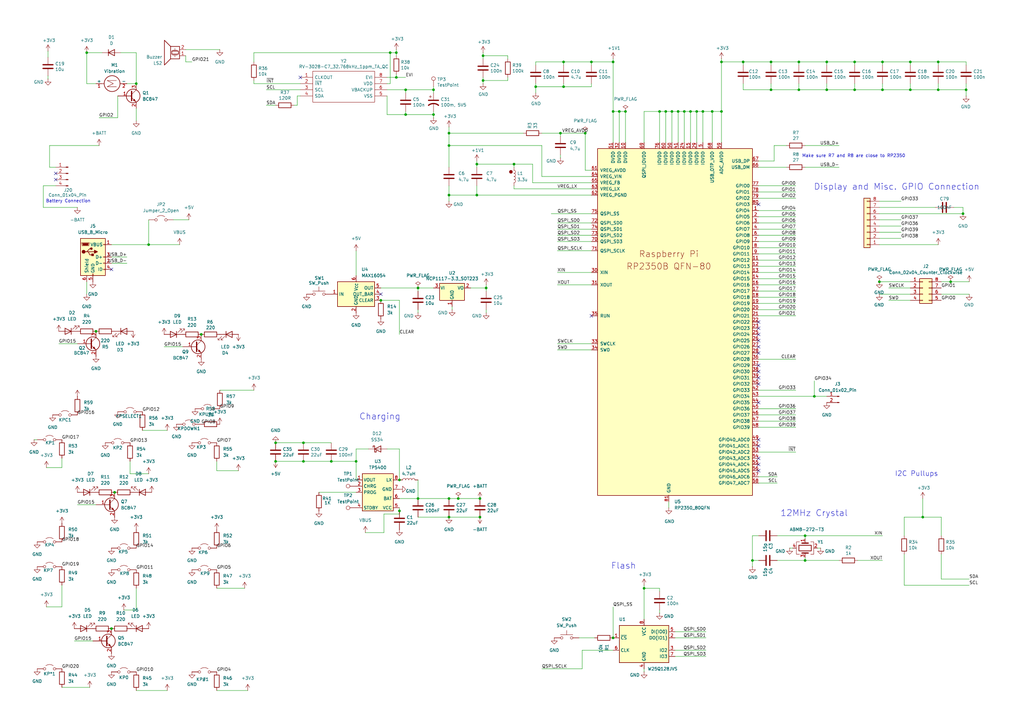
<source format=kicad_sch>
(kicad_sch (version 20231120) (generator "eeschema") (generator_version "8.0")
  (paper "A3")
  (junction (at 264.16 241.3))
  (junction (at 278.13 45.72))
  (junction (at 295.91 25.4))
  (junction (at 135.89 189.23))
  (junction (at 273.05 45.72))
  (junction (at 113.03 181.61))
  (junction (at 184.15 204.47))
  (junction (at 373.38 36.83))
  (junction (at 334.01 162.56))
  (junction (at 219.71 35.56))
  (junction (at 39.37 135.89))
  (junction (at 240.03 54.61))
  (junction (at 327.66 25.4))
  (junction (at 304.8 25.4))
  (junction (at 187.96 204.47))
  (junction (at 160.02 21.59))
  (junction (at 82.55 137.16))
  (junction (at 184.15 54.61))
  (junction (at 210.82 67.31))
  (junction (at 184.15 80.01))
  (junction (at 124.46 181.61))
  (junction (at 156.21 123.19))
  (junction (at 350.52 36.83))
  (junction (at 184.15 59.69))
  (junction (at 198.12 22.86))
  (junction (at 171.45 118.11))
  (junction (at 394.97 87.63))
  (junction (at 162.56 21.59))
  (junction (at 292.1 45.72))
  (junction (at 198.12 33.02))
  (junction (at 251.46 261.62))
  (junction (at 330.2 229.87))
  (junction (at 231.14 35.56))
  (junction (at 162.56 31.75))
  (junction (at 283.21 45.72))
  (junction (at 339.09 36.83))
  (junction (at 166.37 46.99))
  (junction (at 195.58 80.01))
  (junction (at 60.96 100.33))
  (junction (at 251.46 25.4))
  (junction (at 35.56 21.59))
  (junction (at 316.23 25.4))
  (junction (at 384.81 25.4))
  (junction (at 275.59 45.72))
  (junction (at 396.24 36.83))
  (junction (at 166.37 36.83))
  (junction (at 184.15 212.09))
  (junction (at 288.29 45.72))
  (junction (at 177.8 46.99))
  (junction (at 280.67 45.72))
  (junction (at 389.89 115.57))
  (junction (at 46.99 201.93))
  (junction (at 229.87 54.61))
  (junction (at 256.54 45.72))
  (junction (at 242.57 25.4))
  (junction (at 270.51 45.72))
  (junction (at 316.23 36.83))
  (junction (at 361.95 25.4))
  (junction (at 350.52 25.4))
  (junction (at 163.83 196.85))
  (junction (at 45.72 257.81))
  (junction (at 196.85 212.09))
  (junction (at 373.38 25.4))
  (junction (at 171.45 204.47))
  (junction (at 196.85 204.47))
  (junction (at 177.8 36.83))
  (junction (at 339.09 25.4))
  (junction (at 251.46 45.72))
  (junction (at 327.66 36.83))
  (junction (at 378.46 212.09))
  (junction (at 124.46 189.23))
  (junction (at 55.88 34.29))
  (junction (at 254 45.72))
  (junction (at 330.2 219.71))
  (junction (at 384.81 36.83))
  (junction (at 360.68 115.57))
  (junction (at 285.75 45.72))
  (junction (at 195.58 67.31))
  (junction (at 308.61 229.87))
  (junction (at 361.95 36.83))
  (junction (at 163.83 209.55))
  (junction (at 199.39 118.11))
  (junction (at 231.14 25.4))
  (junction (at 113.03 189.23))
  (junction (at 146.05 189.23))
  (junction (at 295.91 45.72))
  (no_connect (at 311.15 154.94))
  (no_connect (at 384.81 -35.56))
  (no_connect (at 311.15 134.62))
  (no_connect (at 311.15 142.24))
  (no_connect (at 311.15 144.78))
  (no_connect (at 311.15 152.4))
  (no_connect (at 311.15 139.7))
  (no_connect (at 311.15 83.82))
  (no_connect (at 311.15 149.86))
  (no_connect (at 311.15 193.04))
  (no_connect (at 156.21 120.65))
  (no_connect (at 311.15 180.34))
  (no_connect (at 311.15 187.96))
  (no_connect (at 242.57 129.54))
  (no_connect (at 311.15 157.48))
  (no_connect (at 22.86 73.66))
  (no_connect (at 22.86 71.12))
  (no_connect (at 311.15 137.16))
  (no_connect (at 45.72 110.49))
  (no_connect (at 311.15 132.08))
  (no_connect (at 311.15 190.5))
  (no_connect (at 311.15 165.1))
  (no_connect (at 311.15 182.88))
  (no_connect (at 123.19 31.75))
  (wire (pts (xy 361.95 25.4) (xy 373.38 25.4)))
  (wire (pts (xy 229.87 54.61) (xy 240.03 54.61)))
  (wire (pts (xy 55.88 283.21) (xy 68.58 283.21)))
  (wire (pts (xy 311.15 160.02) (xy 326.39 160.02)))
  (wire (pts (xy 304.8 26.67) (xy 304.8 25.4)))
  (wire (pts (xy 184.15 80.01) (xy 195.58 80.01)))
  (wire (pts (xy 264.16 58.42) (xy 264.16 45.72)))
  (wire (pts (xy 162.56 22.86) (xy 162.56 21.59)))
  (wire (pts (xy 50.8 250.19) (xy 55.88 250.19)))
  (wire (pts (xy 339.09 26.67) (xy 339.09 25.4)))
  (wire (pts (xy 311.15 111.76) (xy 326.39 111.76)))
  (wire (pts (xy 58.42 176.53) (xy 68.58 176.53)))
  (wire (pts (xy 317.5 59.69) (xy 322.58 59.69)))
  (wire (pts (xy 288.29 45.72) (xy 292.1 45.72)))
  (wire (pts (xy 311.15 185.42) (xy 326.39 185.42)))
  (wire (pts (xy 360.68 100.33) (xy 384.81 100.33)))
  (wire (pts (xy 276.86 269.24) (xy 289.56 269.24)))
  (wire (pts (xy 242.57 25.4) (xy 251.46 25.4)))
  (wire (pts (xy 278.13 58.42) (xy 278.13 45.72)))
  (wire (pts (xy 240.03 54.61) (xy 240.03 69.85)))
  (wire (pts (xy 360.68 95.25) (xy 369.57 95.25)))
  (wire (pts (xy 360.68 120.65) (xy 373.38 120.65)))
  (wire (pts (xy 316.23 36.83) (xy 304.8 36.83)))
  (wire (pts (xy 19.05 248.92) (xy 25.4 248.92)))
  (wire (pts (xy 184.15 59.69) (xy 222.25 59.69)))
  (wire (pts (xy 334.01 162.56) (xy 339.09 162.56)))
  (wire (pts (xy 251.46 248.92) (xy 251.46 261.62)))
  (wire (pts (xy 146.05 102.87) (xy 146.05 113.03)))
  (wire (pts (xy 195.58 68.58) (xy 195.58 67.31)))
  (wire (pts (xy 311.15 106.68) (xy 326.39 106.68)))
  (wire (pts (xy 198.12 33.02) (xy 198.12 31.75)))
  (wire (pts (xy 45.72 105.41) (xy 52.07 105.41)))
  (wire (pts (xy 231.14 26.67) (xy 231.14 25.4)))
  (wire (pts (xy 20.32 68.58) (xy 22.86 68.58)))
  (wire (pts (xy 311.15 78.74) (xy 326.39 78.74)))
  (wire (pts (xy 158.75 46.99) (xy 166.37 46.99)))
  (wire (pts (xy 373.38 36.83) (xy 361.95 36.83)))
  (wire (pts (xy 295.91 45.72) (xy 295.91 58.42)))
  (wire (pts (xy 327.66 26.67) (xy 327.66 25.4)))
  (wire (pts (xy 270.51 250.19) (xy 270.51 251.46)))
  (wire (pts (xy 177.8 46.99) (xy 177.8 48.26)))
  (wire (pts (xy 55.88 21.59) (xy 55.88 34.29)))
  (wire (pts (xy 384.81 26.67) (xy 384.81 25.4)))
  (wire (pts (xy 60.96 90.17) (xy 60.96 100.33)))
  (wire (pts (xy 360.68 97.79) (xy 369.57 97.79)))
  (wire (pts (xy 171.45 204.47) (xy 184.15 204.47)))
  (wire (pts (xy 311.15 147.32) (xy 326.39 147.32)))
  (wire (pts (xy 177.8 36.83) (xy 177.8 35.56)))
  (wire (pts (xy 121.92 39.37) (xy 121.92 43.18)))
  (wire (pts (xy 311.15 195.58) (xy 318.77 195.58)))
  (wire (pts (xy 25.4 281.94) (xy 36.83 281.94)))
  (wire (pts (xy 199.39 127) (xy 199.39 128.27)))
  (wire (pts (xy 20.32 59.69) (xy 20.32 68.58)))
  (wire (pts (xy 311.15 91.44) (xy 326.39 91.44)))
  (wire (pts (xy 67.31 142.24) (xy 74.93 142.24)))
  (wire (pts (xy 384.81 25.4) (xy 396.24 25.4)))
  (wire (pts (xy 323.85 224.79) (xy 325.12 224.79)))
  (wire (pts (xy 88.9 241.3) (xy 100.33 241.3)))
  (wire (pts (xy 228.6 99.06) (xy 242.57 99.06)))
  (wire (pts (xy 113.03 181.61) (xy 124.46 181.61)))
  (wire (pts (xy 177.8 36.83) (xy 177.8 38.1)))
  (wire (pts (xy 55.88 250.19) (xy 55.88 241.3)))
  (wire (pts (xy 274.32 205.74) (xy 274.32 208.28)))
  (wire (pts (xy 109.22 36.83) (xy 123.19 36.83)))
  (wire (pts (xy 184.15 80.01) (xy 184.15 82.55)))
  (wire (pts (xy 285.75 58.42) (xy 285.75 45.72)))
  (wire (pts (xy 166.37 38.1) (xy 166.37 36.83)))
  (wire (pts (xy 151.13 184.15) (xy 146.05 184.15)))
  (wire (pts (xy 88.9 189.23) (xy 88.9 193.04)))
  (wire (pts (xy 386.08 227.33) (xy 386.08 237.49)))
  (wire (pts (xy 273.05 58.42) (xy 273.05 45.72)))
  (wire (pts (xy 350.52 26.67) (xy 350.52 25.4)))
  (wire (pts (xy 19.685 31.115) (xy 19.685 32.385)))
  (wire (pts (xy 238.76 266.7) (xy 251.46 266.7)))
  (wire (pts (xy 228.6 91.44) (xy 242.57 91.44)))
  (wire (pts (xy 198.12 22.86) (xy 208.28 22.86)))
  (wire (pts (xy 240.03 69.85) (xy 242.57 69.85)))
  (wire (pts (xy 330.2 68.58) (xy 344.17 68.58)))
  (wire (pts (xy 360.68 90.17) (xy 369.57 90.17)))
  (wire (pts (xy 295.91 24.13) (xy 295.91 25.4)))
  (wire (pts (xy 364.49 123.19) (xy 373.38 123.19)))
  (wire (pts (xy 53.34 194.31) (xy 60.96 194.31)))
  (wire (pts (xy 210.82 77.47) (xy 242.57 77.47)))
  (wire (pts (xy 364.49 118.11) (xy 373.38 118.11)))
  (wire (pts (xy 304.8 34.29) (xy 304.8 36.83)))
  (wire (pts (xy 351.79 229.87) (xy 361.95 229.87)))
  (wire (pts (xy 25.4 248.92) (xy 25.4 240.03)))
  (wire (pts (xy 219.71 35.56) (xy 231.14 35.56)))
  (wire (pts (xy 360.68 115.57) (xy 373.38 115.57)))
  (wire (pts (xy 104.14 34.29) (xy 123.19 34.29)))
  (wire (pts (xy 228.6 96.52) (xy 242.57 96.52)))
  (wire (pts (xy 162.56 20.32) (xy 162.56 21.59)))
  (wire (pts (xy 184.15 54.61) (xy 214.63 54.61)))
  (wire (pts (xy 311.15 68.58) (xy 322.58 68.58)))
  (wire (pts (xy 60.96 100.33) (xy 73.66 100.33)))
  (wire (pts (xy 184.15 52.07) (xy 184.15 54.61)))
  (wire (pts (xy 199.39 118.11) (xy 199.39 116.84)))
  (wire (pts (xy 276.86 259.08) (xy 289.56 259.08)))
  (wire (pts (xy 166.37 46.99) (xy 177.8 46.99)))
  (wire (pts (xy 275.59 58.42) (xy 275.59 45.72)))
  (wire (pts (xy 350.52 25.4) (xy 361.95 25.4)))
  (wire (pts (xy 311.15 114.3) (xy 326.39 114.3)))
  (wire (pts (xy 394.97 87.63) (xy 394.97 85.09)))
  (wire (pts (xy 318.77 229.87) (xy 330.2 229.87)))
  (wire (pts (xy 35.56 120.65) (xy 35.56 115.57)))
  (wire (pts (xy 311.15 129.54) (xy 326.39 129.54)))
  (wire (pts (xy 238.76 274.32) (xy 238.76 266.7)))
  (wire (pts (xy 361.95 36.83) (xy 350.52 36.83)))
  (wire (pts (xy 222.25 274.32) (xy 238.76 274.32)))
  (wire (pts (xy 166.37 45.72) (xy 166.37 46.99)))
  (wire (pts (xy 311.15 109.22) (xy 326.39 109.22)))
  (wire (pts (xy 198.12 22.86) (xy 198.12 24.13)))
  (wire (pts (xy 360.68 87.63) (xy 394.97 87.63)))
  (wire (pts (xy 330.2 219.71) (xy 361.95 219.71)))
  (wire (pts (xy 40.64 48.26) (xy 48.26 48.26)))
  (wire (pts (xy 124.46 181.61) (xy 135.89 181.61)))
  (wire (pts (xy 166.37 36.83) (xy 177.8 36.83)))
  (wire (pts (xy 308.61 219.71) (xy 308.61 229.87)))
  (wire (pts (xy 19.685 20.955) (xy 19.685 23.495)))
  (wire (pts (xy 228.6 111.76) (xy 242.57 111.76)))
  (wire (pts (xy 360.68 85.09) (xy 383.54 85.09)))
  (wire (pts (xy 295.91 25.4) (xy 295.91 45.72)))
  (wire (pts (xy 311.15 219.71) (xy 308.61 219.71)))
  (wire (pts (xy 370.84 219.71) (xy 370.84 212.09)))
  (wire (pts (xy 242.57 143.51) (xy 228.6 143.51)))
  (wire (pts (xy 396.24 34.29) (xy 396.24 36.83)))
  (wire (pts (xy 104.14 34.29) (xy 104.14 33.02)))
  (wire (pts (xy 396.24 26.67) (xy 396.24 25.4)))
  (wire (pts (xy 124.46 189.23) (xy 135.89 189.23)))
  (wire (pts (xy 229.87 64.77) (xy 229.87 63.5)))
  (wire (pts (xy 295.91 25.4) (xy 304.8 25.4)))
  (wire (pts (xy 35.56 34.29) (xy 39.37 34.29)))
  (wire (pts (xy 311.15 229.87) (xy 308.61 229.87)))
  (wire (pts (xy 162.56 31.75) (xy 166.37 31.75)))
  (wire (pts (xy 17.78 76.2) (xy 22.86 76.2)))
  (wire (pts (xy 210.82 77.47) (xy 210.82 76.2)))
  (wire (pts (xy 360.68 82.55) (xy 369.57 82.55)))
  (wire (pts (xy 384.81 36.83) (xy 373.38 36.83)))
  (wire (pts (xy 163.83 210.82) (xy 163.83 209.55)))
  (wire (pts (xy 386.08 237.49) (xy 397.51 237.49)))
  (wire (pts (xy 311.15 93.98) (xy 326.39 93.98)))
  (wire (pts (xy 316.23 34.29) (xy 316.23 36.83)))
  (wire (pts (xy 350.52 36.83) (xy 339.09 36.83)))
  (wire (pts (xy 254 58.42) (xy 254 45.72)))
  (wire (pts (xy 396.24 36.83) (xy 384.81 36.83)))
  (wire (pts (xy 146.05 184.15) (xy 146.05 189.23)))
  (wire (pts (xy 273.05 45.72) (xy 275.59 45.72)))
  (wire (pts (xy 361.95 34.29) (xy 361.95 36.83)))
  (wire (pts (xy 254 45.72) (xy 256.54 45.72)))
  (wire (pts (xy 41.91 21.59) (xy 35.56 21.59)))
  (wire (pts (xy 160.02 21.59) (xy 160.02 34.29)))
  (wire (pts (xy 104.14 21.59) (xy 160.02 21.59)))
  (wire (pts (xy 88.9 283.21) (xy 101.6 283.21)))
  (wire (pts (xy 55.88 35.56) (xy 55.88 34.29)))
  (wire (pts (xy 242.57 26.67) (xy 242.57 25.4)))
  (wire (pts (xy 276.86 266.7) (xy 289.56 266.7)))
  (wire (pts (xy 231.14 35.56) (xy 242.57 35.56)))
  (wire (pts (xy 311.15 86.36) (xy 326.39 86.36)))
  (wire (pts (xy 386.08 120.65) (xy 397.51 120.65)))
  (wire (pts (xy 384.81 34.29) (xy 384.81 36.83)))
  (wire (pts (xy 156.21 123.19) (xy 163.83 123.19)))
  (wire (pts (xy 219.71 34.29) (xy 219.71 35.56)))
  (wire (pts (xy 335.28 224.79) (xy 336.55 224.79)))
  (wire (pts (xy 311.15 81.28) (xy 326.39 81.28)))
  (wire (pts (xy 195.58 80.01) (xy 242.57 80.01)))
  (wire (pts (xy 280.67 45.72) (xy 283.21 45.72)))
  (wire (pts (xy 311.15 96.52) (xy 326.39 96.52)))
  (wire (pts (xy 389.89 115.57) (xy 397.51 115.57)))
  (wire (pts (xy 184.15 212.09) (xy 196.85 212.09)))
  (wire (pts (xy 162.56 30.48) (xy 162.56 31.75)))
  (wire (pts (xy 308.61 229.87) (xy 308.61 232.41)))
  (wire (pts (xy 195.58 67.31) (xy 210.82 67.31)))
  (wire (pts (xy 13.97 180.34) (xy 15.24 180.34)))
  (wire (pts (xy 30.48 262.89) (xy 38.1 262.89)))
  (wire (pts (xy 109.22 43.18) (xy 113.03 43.18)))
  (wire (pts (xy 123.19 39.37) (xy 121.92 39.37)))
  (wire (pts (xy 222.25 59.69) (xy 222.25 72.39)))
  (wire (pts (xy 292.1 58.42) (xy 292.1 45.72)))
  (wire (pts (xy 158.75 31.75) (xy 162.56 31.75)))
  (wire (pts (xy 370.84 240.03) (xy 397.51 240.03)))
  (wire (pts (xy 270.51 241.3) (xy 264.16 241.3)))
  (wire (pts (xy 373.38 25.4) (xy 384.81 25.4)))
  (wire (pts (xy 327.66 36.83) (xy 316.23 36.83)))
  (wire (pts (xy 222.25 72.39) (xy 242.57 72.39)))
  (wire (pts (xy 361.95 26.67) (xy 361.95 25.4)))
  (wire (pts (xy 228.6 93.98) (xy 242.57 93.98)))
  (wire (pts (xy 370.84 212.09) (xy 378.46 212.09)))
  (wire (pts (xy 218.44 67.31) (xy 210.82 67.31)))
  (wire (pts (xy 311.15 170.18) (xy 326.39 170.18)))
  (wire (pts (xy 386.08 219.71) (xy 386.08 212.09)))
  (wire (pts (xy 278.13 45.72) (xy 280.67 45.72)))
  (wire (pts (xy 195.58 66.04) (xy 195.58 67.31)))
  (wire (pts (xy 311.15 162.56) (xy 334.01 162.56)))
  (wire (pts (xy 163.83 123.19) (xy 163.83 137.16)))
  (wire (pts (xy 226.06 87.63) (xy 242.57 87.63)))
  (wire (pts (xy 77.47 90.17) (xy 71.12 90.17)))
  (wire (pts (xy 104.14 25.4) (xy 104.14 21.59)))
  (wire (pts (xy 270.51 242.57) (xy 270.51 241.3)))
  (wire (pts (xy 171.45 127) (xy 171.45 128.27)))
  (wire (pts (xy 40.64 59.69) (xy 20.32 59.69)))
  (wire (pts (xy 283.21 45.72) (xy 283.21 58.42)))
  (wire (pts (xy 149.86 218.44) (xy 157.48 218.44)))
  (wire (pts (xy 339.09 36.83) (xy 327.66 36.83)))
  (wire (pts (xy 378.46 204.47) (xy 378.46 212.09)))
  (wire (pts (xy 45.72 107.95) (xy 52.07 107.95)))
  (wire (pts (xy 311.15 116.84) (xy 326.39 116.84)))
  (wire (pts (xy 195.58 76.2) (xy 195.58 80.01)))
  (wire (pts (xy 280.67 58.42) (xy 280.67 45.72)))
  (wire (pts (xy 187.96 204.47) (xy 196.85 204.47)))
  (wire (pts (xy 231.14 25.4) (xy 242.57 25.4)))
  (wire (pts (xy 311.15 198.12) (xy 318.77 198.12)))
  (wire (pts (xy 121.92 43.18) (xy 120.65 43.18)))
  (wire (pts (xy 242.57 74.93) (xy 218.44 74.93)))
  (wire (pts (xy 90.17 160.02) (xy 104.14 160.02)))
  (wire (pts (xy 311.15 99.06) (xy 326.39 99.06)))
  (wire (pts (xy 171.45 118.11) (xy 177.8 118.11)))
  (wire (pts (xy 19.05 191.77) (xy 25.4 191.77)))
  (wire (pts (xy 292.1 45.72) (xy 295.91 45.72)))
  (wire (pts (xy 31.75 207.01) (xy 39.37 207.01)))
  (wire (pts (xy 264.16 45.72) (xy 270.51 45.72)))
  (wire (pts (xy 242.57 102.87) (xy 228.6 102.87)))
  (wire (pts (xy 24.13 140.97) (xy 31.75 140.97)))
  (wire (pts (xy 25.4 191.77) (xy 25.4 187.96)))
  (wire (pts (xy 311.15 88.9) (xy 326.39 88.9)))
  (wire (pts (xy 311.15 101.6) (xy 326.39 101.6)))
  (wire (pts (xy 113.03 189.23) (xy 124.46 189.23)))
  (wire (pts (xy 35.56 21.59) (xy 35.56 34.29)))
  (wire (pts (xy 270.51 58.42) (xy 270.51 45.72)))
  (wire (pts (xy 334.01 156.21) (xy 334.01 162.56)))
  (wire (pts (xy 311.15 121.92) (xy 326.39 121.92)))
  (wire (pts (xy 330.2 59.69) (xy 344.17 59.69)))
  (wire (pts (xy 311.15 76.2) (xy 326.39 76.2)))
  (wire (pts (xy 386.08 115.57) (xy 389.89 115.57)))
  (wire (pts (xy 157.48 210.82) (xy 163.83 210.82)))
  (wire (pts (xy 311.15 127) (xy 326.39 127)))
  (wire (pts (xy 185.42 125.73) (xy 185.42 127)))
  (wire (pts (xy 285.75 45.72) (xy 288.29 45.72)))
  (wire (pts (xy 330.2 220.98) (xy 330.2 219.71)))
  (wire (pts (xy 264.16 274.32) (xy 264.16 275.59)))
  (wire (pts (xy 219.71 35.56) (xy 219.71 38.1)))
  (wire (pts (xy 264.16 241.3) (xy 264.16 254)))
  (wire (pts (xy 339.09 25.4) (xy 350.52 25.4)))
  (wire (pts (xy 208.28 33.02) (xy 198.12 33.02)))
  (wire (pts (xy 231.14 34.29) (xy 231.14 35.56)))
  (wire (pts (xy 218.44 74.93) (xy 218.44 67.31)))
  (wire (pts (xy 48.26 39.37) (xy 48.26 48.26)))
  (wire (pts (xy 222.25 54.61) (xy 229.87 54.61)))
  (wire (pts (xy 199.39 119.38) (xy 199.39 118.11)))
  (wire (pts (xy 256.54 45.72) (xy 256.54 58.42)))
  (wire (pts (xy 316.23 25.4) (xy 327.66 25.4)))
  (wire (pts (xy 31.75 85.09) (xy 17.78 85.09)))
  (wire (pts (xy 318.77 219.71) (xy 330.2 219.71)))
  (wire (pts (xy 90.17 20.32) (xy 76.2 20.32)))
  (wire (pts (xy 378.46 212.09) (xy 386.08 212.09)))
  (wire (pts (xy 311.15 175.26) (xy 326.39 175.26)))
  (wire (pts (xy 242.57 116.84) (xy 228.6 116.84)))
  (wire (pts (xy 219.71 25.4) (xy 231.14 25.4)))
  (wire (pts (xy 208.28 31.75) (xy 208.28 33.02)))
  (wire (pts (xy 146.05 189.23) (xy 146.05 196.85)))
  (wire (pts (xy 78.74 25.4) (xy 76.2 25.4)))
  (wire (pts (xy 158.75 39.37) (xy 158.75 46.99)))
  (wire (pts (xy 88.9 193.04) (xy 97.79 193.04)))
  (wire (pts (xy 311.15 172.72) (xy 326.39 172.72)))
  (wire (pts (xy 327.66 34.29) (xy 327.66 36.83)))
  (wire (pts (xy 184.15 59.69) (xy 184.15 68.58)))
  (wire (pts (xy 157.48 218.44) (xy 157.48 210.82)))
  (wire (pts (xy 52.07 34.29) (xy 55.88 34.29)))
  (wire (pts (xy 163.83 184.15) (xy 163.83 196.85)))
  (wire (pts (xy 327.66 25.4) (xy 339.09 25.4)))
  (wire (pts (xy 171.45 212.09) (xy 184.15 212.09)))
  (wire (pts (xy 275.59 45.72) (xy 278.13 45.72)))
  (wire (pts (xy 373.38 26.67) (xy 373.38 25.4)))
  (wire (pts (xy 184.15 204.47) (xy 187.96 204.47)))
  (wire (pts (xy 156.21 118.11) (xy 171.45 118.11)))
  (wire (pts (xy 158.75 36.83) (xy 166.37 36.83)))
  (wire (pts (xy 53.34 189.23) (xy 53.34 194.31)))
  (wire (pts (xy 311.15 124.46) (xy 326.39 124.46)))
  (wire (pts (xy 45.72 100.33) (xy 60.96 100.33)))
  (wire (pts (xy 135.89 189.23) (xy 146.05 189.23)))
  (wire (pts (xy 198.12 33.02) (xy 198.12 34.29)))
  (wire (pts (xy 210.82 67.31) (xy 210.82 68.58)))
  (wire (pts (xy 360.68 92.71) (xy 369.57 92.71)))
  (wire (pts (xy 311.15 104.14) (xy 326.39 104.14)))
  (wire (pts (xy 237.49 261.62) (xy 243.84 261.62)))
  (wire (pts (xy 370.84 227.33) (xy 370.84 240.03)))
  (wire (pts (xy 396.24 36.83) (xy 396.24 39.37)))
  (wire (pts (xy 184.15 76.2) (xy 184.15 80.01)))
  (wire (pts (xy 193.04 118.11) (xy 199.39 118.11)))
  (wire (pts (xy 242.57 35.56) (xy 242.57 34.29)))
  (wire (pts (xy 55.88 44.45) (xy 55.88 49.53)))
  (wire (pts (xy 251.46 45.72) (xy 251.46 58.42)))
  (wire (pts (xy 283.21 45.72) (xy 285.75 45.72)))
  (wire (pts (xy 184.15 54.61) (xy 184.15 59.69)))
  (wire (pts (xy 270.51 45.72) (xy 273.05 45.72)))
  (wire (pts (xy 311.15 167.64) (xy 326.39 167.64)))
  (wire (pts (xy 177.8 45.72) (xy 177.8 46.99)))
  (wire (pts (xy 219.71 26.67) (xy 219.71 25.4)))
  (wire (pts (xy 317.5 59.69) (xy 317.5 66.04)))
  (wire (pts (xy 288.29 45.72) (xy 288.29 58.42)))
  (wire (pts (xy 229.87 54.61) (xy 229.87 55.88)))
  (wire (pts (xy 339.09 34.29) (xy 339.09 36.83)))
  (wire (pts (xy 276.86 261.62) (xy 289.56 261.62)))
  (wire (pts (xy 330.2 229.87) (xy 344.17 229.87)))
  (wire (pts (xy 55.88 21.59) (xy 49.53 21.59)))
  (wire (pts (xy 130.81 201.93) (xy 146.05 201.93)))
  (wire (pts (xy 254 45.72) (xy 251.46 45.72)))
  (wire (pts (xy 76.2 25.4) (xy 76.2 22.86)))
  (wire (pts (xy 251.46 24.13) (xy 251.46 25.4)))
  (wire (pts (xy 242.57 140.97) (xy 228.6 140.97)))
  (wire (pts (xy 163.83 204.47) (xy 171.45 204.47)))
  (wire (pts (xy 316.23 26.67) (xy 316.23 25.4)))
  (wire (pts (xy 163.83 208.28) (xy 163.83 209.55)))
  (wire (pts (xy 350.52 34.29) (xy 350.52 36.83)))
  (wire (pts (xy 171.45 196.85) (xy 171.45 204.47)))
  (wire (pts (xy 311.15 119.38) (xy 326.39 119.38)))
  (wire (pts (xy 17.78 85.09) (xy 17.78 76.2)))
  (wire (pts (xy 251.46 25.4) (xy 251.46 45.72)))
  (wire (pts (xy 198.12 21.59) (xy 198.12 22.86)))
  (wire (pts (xy 264.16 240.03) (xy 264.16 241.3)))
  (wire (pts (xy 304.8 25.4) (xy 316.23 25.4)))
  (wire (pts (xy 330.2 228.6) (xy 330.2 229.87)))
  (wire (pts (xy 311.15 66.04) (xy 317.5 66.04)))
  (wire (pts (xy 171.45 119.38) (xy 171.45 118.11)))
  (wire (pts (xy 373.38 34.29) (xy 373.38 36.83)))
  (wire (pts (xy 391.16 85.09) (xy 394.97 85.09)))
  (wire (pts (xy 158.75 184.15) (xy 163.83 184.15)))
  (wire (pts (xy 162.56 21.59) (xy 160.02 21.59)))
  (wire (pts (xy 158.75 34.29) (xy 160.02 34.29)))
  (wire (pts (xy 208.28 22.86) (xy 208.28 24.13)))
  (circle (center 209.55 70.485) (radius 0.635) (stroke (width 0) (color 132 0 0 1)) (fill (type color) (color 132 0 0 1)))
  (text "Make sure R7 and R8 are close to RP2350\n" (at 328.93 64.77 0) (effects (font (size 1.27 1.27)) (justify left bottom)))
  (text "I2C Pullups" (at 367.03 195.58 0) (effects (font (size 2.0066 2.0066)) (justify left bottom)))
  (text "Flash" (at 250.571 233.68 0) (effects (font (size 2.54 2.54)) (justify left bottom)))
  (text "Display and Misc. GPIO Connection" (at 333.756 78.232 0) (effects (font (size 2.54 2.54)) (justify left bottom)))
  (text "Charging" (at 147.32 172.466 0) (effects (font (size 2.54 2.54)) (justify left bottom)))
  (text "Battery Connection" (at 18.796 83.312 0) (effects (font (size 1.27 1.27)) (justify left bottom)))
  (text "12MHz Crystal" (at 320.04 212.09 0) (effects (font (size 2.54 2.54)) (justify left bottom)))
  (label "SWD" (at 364.49 123.19 0))
  (label "SCL" (at 318.77 198.12 180))
  (label "QSPI_SD3" (at 228.6 99.06 0))
  (label "GPIO21" (at 78.74 25.4 0))
  (label "GPIO2" (at 326.39 81.28 180))
  (label "QSPI_SS" (at 251.46 248.92 0))
  (label "XOUT" (at 228.6 116.84 0))
  (label "QSPI_SD3" (at 289.56 269.24 180))
  (label "~{INT}" (at 109.22 34.29 0))
  (label "XIN" (at 361.95 219.71 180))
  (label "GPIO4" (at 326.39 86.36 180))
  (label "GPIO10" (at 326.39 101.6 180))
  (label "EVI" (at 166.37 31.75 0))
  (label "GPIO17" (at 25.4 180.34 0))
  (label "GPIO38" (at 326.39 172.72 180))
  (label "GPIO13" (at 326.39 109.22 180))
  (label "GPIO0" (at 326.39 76.2 180))
  (label "GPIO15" (at 326.39 114.3 180))
  (label "SDA" (at 109.22 43.18 0))
  (label "GPIO8" (at 82.55 173.99 0))
  (label "GPIO1" (at 326.39 78.74 180))
  (label "GPIO15" (at 24.13 140.97 0))
  (label "QSPI_SD2" (at 289.56 266.7 180))
  (label "SWCLK" (at 364.49 118.11 0))
  (label "CLEAR" (at 326.39 147.32 180))
  (label "GPIO7" (at 326.39 93.98 180))
  (label "USB_D+" (at 344.17 59.69 180))
  (label "GPIO33" (at 369.57 82.55 0))
  (label "GPIO6" (at 326.39 91.44 180))
  (label "XIN" (at 228.6 111.76 0))
  (label "GPIO16" (at 326.39 116.84 180))
  (label "GPIO1" (at 386.08 118.11 0))
  (label "GPIO20" (at 25.4 274.32 0))
  (label "SCL" (at 109.22 36.83 0))
  (label "USB_D+" (at 52.07 105.41 180))
  (label "QSPI_SD1" (at 228.6 93.98 0))
  (label "SWCLK" (at 228.6 140.97 0))
  (label "GPIO20" (at 326.39 127 180))
  (label "GPIO13" (at 53.34 181.61 0))
  (label "GPIO9" (at 90.17 167.64 0))
  (label "GPIO9" (at 326.39 99.06 180))
  (label "GPIO21" (at 326.39 129.54 180))
  (label "QSPI_SD2" (at 228.6 96.52 0))
  (label "QSPI_SD0" (at 289.56 259.08 180))
  (label "GPIO18" (at 326.39 121.92 180))
  (label "USB_D-" (at 344.17 68.58 180))
  (label "QSPI_SD1" (at 289.56 261.62 180))
  (label "GPIO14" (at 326.39 111.76 180))
  (label "GPIO11" (at 326.39 104.14 180))
  (label "GPIO15" (at 30.48 262.89 0))
  (label "SDA" (at 318.77 195.58 180))
  (label "GPIO14" (at 55.88 224.79 0))
  (label "QSPI_SS" (at 228.6 87.63 0))
  (label "GPIO5" (at 326.39 88.9 180))
  (label "GPIO2" (at 40.64 48.26 0))
  (label "QSPI_SCLK" (at 222.25 274.32 0))
  (label "USB_D-" (at 52.07 107.95 180))
  (label "GPIO11" (at 55.88 233.68 0))
  (label "GPIO37" (at 369.57 90.17 0))
  (label "CLEAR" (at 163.83 137.16 0))
  (label "GPIO36" (at 369.57 92.71 0))
  (label "GPIO19" (at 326.39 124.46 180))
  (label "SCL" (at 397.51 240.03 0))
  (label "GPIO5" (at 88.9 233.68 0))
  (label "GPIO8" (at 326.39 96.52 180))
  (label "QSPI_SD0" (at 228.6 91.44 0))
  (label "GPIO17" (at 326.39 119.38 180))
  (label "GPIO0" (at 386.08 123.19 0))
  (label "GPIO7" (at 88.9 181.61 0))
  (label "VREG_AVDD" (at 230.505 54.61 0))
  (label "~{INT}" (at 326.39 185.42 180))
  (label "GPIO33" (at 326.39 160.02 180))
  (label "SDA" (at 397.51 237.49 0))
  (label "GPIO38" (at 369.57 97.79 0))
  (label "SWD" (at 228.6 143.51 0))
  (label "GPIO36" (at 326.39 167.64 180))
  (label "VREG_LX" (at 228.6 77.47 0))
  (label "GPIO16" (at 31.75 170.18 0))
  (label "GPIO19" (at 25.4 232.41 0))
  (label "GPIO6" (at 88.9 224.79 0))
  (label "GPIO15" (at 67.31 142.24 0))
  (label "XOUT" (at 361.95 229.87 180))
  (label "GPIO34" (at 334.01 156.21 0))
  (label "GPIO10" (at 55.88 275.59 0))
  (label "GPIO18" (at 25.4 222.25 0))
  (label "GPIO12" (at 326.39 106.68 180))
  (label "GPIO37" (at 326.39 170.18 180))
  (label "QSPI_SCLK" (at 228.6 102.87 0))
  (label "GPIO39" (at 326.39 175.26 180))
  (label "GPIO39" (at 369.57 95.25 0))
  (label "GPIO15" (at 31.75 207.01 0))
  (label "GPIO4" (at 88.9 275.59 0))
  (label "GPIO12" (at 58.42 168.91 0))
  (symbol (lib_id "power:GND") (at 78.74 181.61 0) (unit 1)
    (property "Reference" "#PWR013" (effects (hide yes)))
    (property "Value" "GND" (at 78.74 186.69 0))
    (property "Description" "Power symbol creates a global label with name \"GND\" , ground" (effects (hide yes)))
  )
  (symbol (lib_id "Transistor_BJT:BC847") (at 44.45 207.01 0) (unit 1)
    (property "Reference" "Q7" (at 49.53 205.7399 0) (effects (justify left)))
    (property "Value" "BC847" (at 49.53 208.2799 0) (effects (justify left)))
    (property "Footprint" "Package_TO_SOT_SMD:SOT-23" (effects (hide yes)))
    (property "Datasheet" "http://www.infineon.com/dgdl/Infineon-BC847SERIES_BC848SERIES_BC849SERIES_BC850SERIES-DS-v01_01-en.pdf?fileId=db3a304314dca389011541d4630a1657" (effects (hide yes)))
    (property "Description" "0.1A Ic, 45V Vce, NPN Transistor, SOT-23" (effects (hide yes)))
    (property "JLCPCB" "C391423" (effects (hide yes)))
  )
  (symbol (lib_id "Device:R") (at 41.91 257.81 270) (unit 1)
    (property "Reference" "R9" (at 41.91 251.46 90))
    (property "Value" "220" (at 41.91 254 90))
    (property "Footprint" "Resistor_SMD:R_0402_1005Metric" (effects (hide yes)))
    (property "Description" "Resistor" (effects (hide yes)))
    (property "JLCPCB" "C137872" (effects (hide yes)))
  )
  (symbol (lib_id "power:GND") (at 130.81 209.55 0) (unit 1)
    (property "Reference" "#PWR07" (effects (hide yes)))
    (property "Value" "GND" (at 130.81 214.63 0))
    (property "Description" "Power symbol creates a global label with name \"GND\" , ground" (effects (hide yes)))
  )
  (symbol (lib_id "Device:R") (at 25.4 278.13 0) (unit 1)
    (property "Reference" "R44" (at 27.94 276.8599 0) (effects (justify left)))
    (property "Value" "3k" (at 27.94 279.3999 0) (effects (justify left)))
    (property "Footprint" "Resistor_SMD:R_0402_1005Metric" (effects (hide yes)))
    (property "Description" "Resistor" (effects (hide yes)))
    (property "JLCPCB" "C137872" (effects (hide yes)))
  )
  (symbol (lib_id "power:+3V3") (at 104.14 160.02 0) (unit 1)
    (property "Reference" "#PWR078" (effects (hide yes)))
    (property "Value" "+3V3" (at 104.14 154.94 0))
    (property "Description" "Power symbol creates a global label with name \"+3V3\"" (effects (hide yes)))
  )
  (symbol (lib_id "Jumper:Jumper_2_Open") (at 50.8 233.68 0) (unit 1) (exclude_from_sim yes) (in_bom no)
    (property "Reference" "KP8" (at 51.054 235.204 0))
    (property "Value" "Jumper_2_Open" (effects (hide yes)))
    (property "Footprint" "Jumper:ButtonPads" (effects (hide yes)))
    (property "Description" "Jumper, 2-pole, open" (effects (hide yes)))
  )
  (symbol (lib_id "Device:C") (at 124.46 185.42 0) (unit 1)
    (property "Reference" "C30" (at 127.381 184.2516 0) (effects (justify left)))
    (property "Value" "22uF" (at 127.381 186.563 0) (effects (justify left)))
    (property "Footprint" "Capacitor_SMD:C_0805_2012Metric" (effects (hide yes)))
    (property "JLCPCB" "C602037" (effects (hide yes)))
  )
  (symbol (lib_id "power:GND") (at 19.685 32.385 0) (unit 1)
    (property "Reference" "#PWR033" (effects (hide yes)))
    (property "Value" "GND" (at 15.875 33.655 0))
  )
  (symbol (lib_id "Device:LED") (at 27.94 135.89 180) (unit 1)
    (property "Reference" "D2" (at 29.5275 128.27 0))
    (property "Value" "LED" (at 29.5275 130.81 0))
    (property "Footprint" "LED_REVERSE" (effects (hide yes)))
    (property "Description" "Light emitting diode" (effects (hide yes)))
    (property "JLCPCB" "C3646932" (effects (hide yes)))
  )
  (symbol (lib_id "power:GND") (at 45.72 267.97 0) (unit 1)
    (property "Reference" "#PWR097" (effects (hide yes)))
    (property "Value" "GND" (at 45.72 273.05 0))
    (property "Description" "Power symbol creates a global label with name \"GND\" , ground" (effects (hide yes)))
  )
  (symbol (lib_id "Device:LED") (at 50.8 135.89 0) (unit 1)
    (property "Reference" "D3" (at 49.2125 143.51 0))
    (property "Value" "LED" (at 49.2125 140.97 0))
    (property "Footprint" "LED_REVERSE" (effects (hide yes)))
    (property "Description" "Light emitting diode" (effects (hide yes)))
    (property "JLCPCB" "C3646932" (effects (hide yes)))
  )
  (symbol (lib_id "power:GND") (at 397.51 120.65 0) (mirror y) (unit 1)
    (property "Reference" "#PWR036" (effects (hide yes)))
    (property "Value" "GND" (at 397.383 125.0442 0))
  )
  (symbol (lib_name "VBUS_1") (lib_id "power:VBUS") (at 149.86 218.44 0) (unit 1)
    (property "Reference" "#PWR052" (effects (hide yes)))
    (property "Value" "VBUS" (at 149.86 213.36 0))
    (property "Description" "Power symbol creates a global label with name \"VBUS\"" (effects (hide yes)))
  )
  (symbol (lib_id "Device:C") (at 304.8 30.48 0) (unit 1)
    (property "Reference" "C12" (at 307.086 29.3116 0) (effects (justify left)))
    (property "Value" "100n" (at 307.086 31.623 0) (effects (justify left)))
    (property "Footprint" "Capacitor_SMD:C_0402_1005Metric" (effects (hide yes)))
    (property "JLCPCB" "C77020" (effects (hide yes)))
  )
  (symbol (lib_id "power:+3V3") (at 55.88 217.17 0) (unit 1)
    (property "Reference" "#PWR070" (effects (hide yes)))
    (property "Value" "+3V3" (at 55.88 212.09 0))
    (property "Description" "Power symbol creates a global label with name \"+3V3\"" (effects (hide yes)))
  )
  (symbol (lib_id "power:+3V3") (at 90.17 173.99 0) (unit 1)
    (property "Reference" "#PWR075" (effects (hide yes)))
    (property "Value" "+3V3" (at 90.17 168.91 0))
    (property "Description" "Power symbol creates a global label with name \"+3V3\"" (effects (hide yes)))
  )
  (symbol (lib_id "Device:R") (at 162.56 26.67 0) (unit 1)
    (property "Reference" "R38" (at 164.338 25.5016 0) (effects (justify left)))
    (property "Value" "10k" (at 164.338 27.813 0) (effects (justify left)))
    (property "Footprint" "Resistor_SMD:R_0402_1005Metric" (effects (hide yes)))
    (property "JLCPCB" "C60490" (effects (hide yes)))
  )
  (symbol (lib_id "power:GND") (at 45.72 233.68 0) (unit 1)
    (property "Reference" "#PWR011" (effects (hide yes)))
    (property "Value" "GND" (at 45.72 238.76 0))
    (property "Description" "Power symbol creates a global label with name \"GND\" , ground" (effects (hide yes)))
  )
  (symbol (lib_id "power:+3V3") (at 184.15 52.07 0) (unit 1)
    (property "Reference" "#PWR021" (effects (hide yes)))
    (property "Value" "+3V3" (at 184.531 47.6758 0))
  )
  (symbol (lib_id "power:GND") (at 46.99 212.09 0) (unit 1)
    (property "Reference" "#PWR0101" (effects (hide yes)))
    (property "Value" "GND" (at 46.99 217.17 0))
    (property "Description" "Power symbol creates a global label with name \"GND\" , ground" (effects (hide yes)))
  )
  (symbol (lib_id "Transistor_BJT:BC847") (at 43.18 262.89 0) (unit 1)
    (property "Reference" "Q5" (at 48.26 261.6199 0) (effects (justify left)))
    (property "Value" "BC847" (at 48.26 264.1599 0) (effects (justify left)))
    (property "Footprint" "Package_TO_SOT_SMD:SOT-23" (effects (hide yes)))
    (property "Datasheet" "http://www.infineon.com/dgdl/Infineon-BC847SERIES_BC848SERIES_BC849SERIES_BC850SERIES-DS-v01_01-en.pdf?fileId=db3a304314dca389011541d4630a1657" (effects (hide yes)))
    (property "Description" "0.1A Ic, 45V Vce, NPN Transistor, SOT-23" (effects (hide yes)))
    (property "JLCPCB" "C391423" (effects (hide yes)))
  )
  (symbol (lib_id "Device:C") (at 19.685 27.305 0) (unit 1)
    (property "Reference" "C19" (at 22.606 26.1366 0) (effects (justify left)))
    (property "Value" "10u" (at 22.606 28.448 0) (effects (justify left)))
    (property "Footprint" "Capacitor_SMD:C_0805_2012Metric" (effects (hide yes)))
    (property "JLCPCB" "C17024" (effects (hide yes)))
  )
  (symbol (lib_id "Jumper:Jumper_2_Open") (at 20.32 274.32 0) (unit 1) (exclude_from_sim yes) (in_bom no)
    (property "Reference" "KP*1" (at 20.32 276.352 0))
    (property "Value" "Jumper_2_Open" (effects (hide yes)))
    (property "Footprint" "Jumper:ButtonPads" (effects (hide yes)))
    (property "Description" "Jumper, 2-pole, open" (effects (hide yes)))
  )
  (symbol (lib_id "power:GND") (at 396.24 39.37 0) (mirror y) (unit 1)
    (property "Reference" "#PWR034" (effects (hide yes)))
    (property "Value" "GND" (at 396.113 43.7642 0))
  )
  (symbol (lib_id "Jumper:Jumper_2_Open") (at 20.32 180.34 0) (unit 1) (exclude_from_sim yes) (in_bom no)
    (property "Reference" "KP1" (at 20.574 181.61 0))
    (property "Value" "Jumper_2_Open" (effects (hide yes)))
    (property "Footprint" "Jumper:ButtonPads" (effects (hide yes)))
    (property "Description" "Jumper, 2-pole, open" (effects (hide yes)))
  )
  (symbol (lib_id "Device:R") (at 25.4 218.44 0) (unit 1)
    (property "Reference" "R50" (at 27.94 217.1699 0) (effects (justify left)))
    (property "Value" "3k" (at 27.94 219.7099 0) (effects (justify left)))
    (property "Footprint" "Resistor_SMD:R_0402_1005Metric" (effects (hide yes)))
    (property "Description" "Resistor" (effects (hide yes)))
    (property "JLCPCB" "C137872" (effects (hide yes)))
  )
  (symbol (lib_id "power:+5V") (at 397.51 115.57 0) (unit 1)
    (property "Reference" "#PWR055" (effects (hide yes)))
    (property "Value" "+5V" (at 397.51 110.49 0))
    (property "Description" "Power symbol creates a global label with name \"+5V\"" (effects (hide yes)))
  )
  (symbol (lib_id "power:GND") (at 43.18 181.61 0) (unit 1)
    (property "Reference" "#PWR015" (effects (hide yes)))
    (property "Value" "GND" (at 43.18 186.69 0))
    (property "Description" "Power symbol creates a global label with name \"GND\" , ground" (effects (hide yes)))
  )
  (symbol (lib_id "Device:C") (at 361.95 30.48 0) (unit 1)
    (property "Reference" "C17" (at 364.871 29.3116 0) (effects (justify left)))
    (property "Value" "100n" (at 364.871 31.623 0) (effects (justify left)))
    (property "Footprint" "Capacitor_SMD:C_0402_1005Metric" (effects (hide yes)))
    (property "JLCPCB" "C77020" (effects (hide yes)))
  )
  (symbol (lib_id "power:+3V3") (at 199.39 116.84 0) (unit 1)
    (property "Reference" "#PWR082" (effects (hide yes)))
    (property "Value" "+3V3" (at 199.771 112.4458 0))
  )
  (symbol (lib_id "Device:R") (at 86.36 137.16 90) (unit 1)
    (property "Reference" "R6" (at 86.106 132.08 90))
    (property "Value" "220" (at 86.36 134.366 90))
    (property "Footprint" "Resistor_SMD:R_0402_1005Metric" (effects (hide yes)))
    (property "Description" "Resistor" (effects (hide yes)))
    (property "JLCPCB" "C137872" (effects (hide yes)))
  )
  (symbol (lib_id "Device:R") (at 43.18 135.89 90) (unit 1)
    (property "Reference" "R5" (at 43.18 142.24 90))
    (property "Value" "220" (at 43.18 139.7 90))
    (property "Footprint" "Resistor_SMD:R_0402_1005Metric" (effects (hide yes)))
    (property "Description" "Resistor" (effects (hide yes)))
    (property "JLCPCB" "C137872" (effects (hide yes)))
  )
  (symbol (lib_id "power:+3V3") (at 62.23 201.93 0) (mirror y) (unit 1)
    (property "Reference" "#PWR0102" (effects (hide yes)))
    (property "Value" "+3V3" (at 62.23 196.85 0))
    (property "Description" "Power symbol creates a global label with name \"+3V3\"" (effects (hide yes)))
  )
  (symbol (lib_id "power:GND") (at 72.39 173.99 0) (unit 1)
    (property "Reference" "#PWR040" (effects (hide yes)))
    (property "Value" "GND" (at 72.39 179.07 0))
    (property "Description" "Power symbol creates a global label with name \"GND\" , ground" (effects (hide yes)))
  )
  (symbol (lib_id "power:GND") (at 82.55 147.32 0) (unit 1)
    (property "Reference" "#PWR0105" (effects (hide yes)))
    (property "Value" "GND" (at 82.55 152.4 0))
    (property "Description" "Power symbol creates a global label with name \"GND\" , ground" (effects (hide yes)))
  )
  (symbol (lib_id "Transistor_BJT:BC847") (at 53.34 39.37 0) (unit 1)
    (property "Reference" "Q1" (at 58.42 38.0999 0) (effects (justify left)))
    (property "Value" "BC847" (at 58.42 40.6399 0) (effects (justify left)))
    (property "Footprint" "Package_TO_SOT_SMD:SOT-23" (effects (hide yes)))
    (property "Datasheet" "http://www.infineon.com/dgdl/Infineon-BC847SERIES_BC848SERIES_BC849SERIES_BC850SERIES-DS-v01_01-en.pdf?fileId=db3a304314dca389011541d4630a1657" (effects (hide yes)))
    (property "Description" "0.1A Ic, 45V Vce, NPN Transistor, SOT-23" (effects (hide yes)))
    (property "JLCPCB" "C391423" (effects (hide yes)))
  )
  (symbol (lib_id "Switch:SW_Push") (at 232.41 261.62 0) (unit 1)
    (property "Reference" "SW2" (at 232.41 254 0))
    (property "Value" "SW_Push" (at 232.41 256.54 0))
    (property "Footprint" "Button_Switch_SMD:SW_SPST_PTS810" (effects (hide yes)))
    (property "Description" "Push button switch, generic, two pins" (effects (hide yes)))
    (property "JLCPCB" "C221895" (effects (hide yes)))
  )
  (symbol (lib_id "power:+BATT") (at 196.85 212.09 180) (unit 1)
    (property "Reference" "#PWR056" (effects (hide yes)))
    (property "Value" "-BATT" (at 196.85 217.17 0))
    (property "Description" "Power symbol creates a global label with name \"+BATT\"" (effects (hide yes)))
  )
  (symbol (lib_id "power:+3V3") (at 264.16 240.03 0) (unit 1)
    (property "Reference" "#PWR026" (effects (hide yes)))
    (property "Value" "+3V3" (at 264.541 235.6358 0))
  )
  (symbol (lib_id "Device:R") (at 156.21 127 0) (unit 1)
    (property "Reference" "R14" (at 158.75 125.7299 0) (effects (justify left)))
    (property "Value" "3k" (at 158.75 128.2699 0) (effects (justify left)))
    (property "Footprint" "Resistor_SMD:R_0402_1005Metric" (effects (hide yes)))
    (property "Description" "Resistor" (effects (hide yes)))
    (property "JLCPCB" "C137872" (effects (hide yes)))
  )
  (symbol (lib_id "Jumper:Jumper_2_Open") (at 26.67 170.18 0) (unit 1) (exclude_from_sim yes) (in_bom no)
    (property "Reference" "KPC1" (at 26.67 172.212 0))
    (property "Value" "C" (effects (hide yes)))
    (property "Footprint" "Jumper:ButtonPads" (effects (hide yes)))
    (property "Description" "Jumper, 2-pole, open" (effects (hide yes)))
  )
  (symbol (lib_id "power:+3V3") (at 198.12 21.59 0) (unit 1)
    (property "Reference" "#PWR067" (effects (hide yes)))
    (property "Value" "+3V3" (at 198.501 17.1958 0))
  )
  (symbol (lib_id "power:+3V3") (at 30.48 257.81 0) (unit 1)
    (property "Reference" "#PWR096" (effects (hide yes)))
    (property "Value" "+3V3" (at 30.48 252.73 0))
    (property "Description" "Power symbol creates a global label with name \"+3V3\"" (effects (hide yes)))
  )
  (symbol (lib_id "power:+3V3") (at 100.33 241.3 0) (unit 1)
    (property "Reference" "#PWR061" (effects (hide yes)))
    (property "Value" "+3V3" (at 100.33 236.22 0))
    (property "Description" "Power symbol creates a global label with name \"+3V3\"" (effects (hide yes)))
  )
  (symbol (lib_id "Jumper:Jumper_2_Open") (at 83.82 233.68 0) (unit 1) (exclude_from_sim yes) (in_bom no)
    (property "Reference" "KP9" (at 84.074 235.204 0))
    (property "Value" "Jumper_2_Open" (effects (hide yes)))
    (property "Footprint" "Jumper:ButtonPads" (effects (hide yes)))
    (property "Description" "Jumper, 2-pole, open" (effects (hide yes)))
  )
  (symbol (lib_id "Device:LED") (at 93.98 137.16 0) (unit 1)
    (property "Reference" "D4" (at 92.3925 144.78 0))
    (property "Value" "LED" (at 92.3925 142.24 0))
    (property "Footprint" "LED_REVERSE" (effects (hide yes)))
    (property "Description" "Light emitting diode" (effects (hide yes)))
    (property "JLCPCB" "C3646932" (effects (hide yes)))
  )
  (symbol (lib_id "power:GND") (at 339.09 165.1 0) (mirror y) (unit 1)
    (property "Reference" "#PWR058" (effects (hide yes)))
    (property "Value" "GND" (at 339.09 170.18 0))
    (property "Description" "Power symbol creates a global label with name \"GND\" , ground" (effects (hide yes)))
  )
  (symbol (lib_id "power:GND") (at 125.73 120.65 0) (unit 1)
    (property "Reference" "#PWR0110" (effects (hide yes)))
    (property "Value" "GND" (at 125.73 125.73 0))
    (property "Description" "Power symbol creates a global label with name \"GND\" , ground" (effects (hide yes)))
  )
  (symbol (lib_id "Device:C") (at 171.45 208.28 0) (unit 1)
    (property "Reference" "C26" (at 174.371 207.1116 0) (effects (justify left)))
    (property "Value" "100nF" (at 174.371 209.423 0) (effects (justify left)))
    (property "Footprint" "Capacitor_SMD:C_0805_2012Metric" (effects (hide yes)))
    (property "JLCPCB" "C77020" (effects (hide yes)))
  )
  (symbol (lib_id "Device:C") (at 171.45 123.19 0) (unit 1)
    (property "Reference" "C23" (at 174.371 122.0216 0) (effects (justify left)))
    (property "Value" "10u" (at 174.371 124.333 0) (effects (justify left)))
    (property "Footprint" "Capacitor_SMD:C_0805_2012Metric" (effects (hide yes)))
    (property "JLCPCB" "C17024" (effects (hide yes)))
  )
  (symbol (lib_id "power:+3V3") (at 31.75 201.93 0) (unit 1)
    (property "Reference" "#PWR0100" (effects (hide yes)))
    (property "Value" "+3V3" (at 31.75 196.85 0))
    (property "Description" "Power symbol creates a global label with name \"+3V3\"" (effects (hide yes)))
  )
  (symbol (lib_id "power:GND") (at 198.12 34.29 0) (unit 1)
    (property "Reference" "#PWR068" (effects (hide yes)))
    (property "Value" "GND" (at 198.247 38.6842 0))
  )
  (symbol (lib_id "Device:C") (at 327.66 30.48 0) (unit 1)
    (property "Reference" "C14" (at 330.581 29.3116 0) (effects (justify left)))
    (property "Value" "100n" (at 330.581 31.623 0) (effects (justify left)))
    (property "Footprint" "Capacitor_SMD:C_0402_1005Metric" (effects (hide yes)))
    (property "JLCPCB" "C77020" (effects (hide yes)))
  )
  (symbol (lib_id "Device:R") (at 247.65 261.62 270) (unit 1)
    (property "Reference" "R1" (at 248.9201 264.16 0) (effects (justify left)))
    (property "Value" "10k" (at 246.3801 264.16 0) (effects (justify left)))
    (property "Footprint" "Resistor_SMD:R_0402_1005Metric" (effects (hide yes)))
    (property "Description" "Resistor" (effects (hide yes)))
    (property "JLCPCB" "C60490" (effects (hide yes)))
  )
  (symbol (lib_id "power:GND") (at 78.74 233.68 0) (unit 1)
    (property "Reference" "#PWR038" (effects (hide yes)))
    (property "Value" "GND" (at 78.74 238.76 0))
    (property "Description" "Power symbol creates a global label with name \"GND\" , ground" (effects (hide yes)))
  )
  (symbol (lib_id "power:PWR_FLAG") (at 389.89 115.57 0) (unit 1)
    (property "Reference" "#FLG05" (effects (hide yes)))
    (property "Value" "PWR_FLAG" (at 389.89 110.49 0))
    (property "Description" "Special symbol for telling ERC where power comes from" (effects (hide yes)))
  )
  (symbol (lib_id "Device:C") (at 135.89 185.42 0) (unit 1)
    (property "Reference" "C29" (at 138.811 184.2516 0) (effects (justify left)))
    (property "Value" "100nF" (at 138.811 186.563 0) (effects (justify left)))
    (property "Footprint" "Capacitor_SMD:C_0805_2012Metric" (effects (hide yes)))
    (property "JLCPCB" "C77020" (effects (hide yes)))
  )
  (symbol (lib_id "Device:C") (at 195.58 72.39 0) (unit 1)
    (property "Reference" "C7" (at 199.39 71.1199 0) (effects (justify left)))
    (property "Value" "4.7u" (at 199.39 73.6599 0) (effects (justify left)))
    (property "Footprint" "Capacitor_SMD:C_0402_1005Metric" (effects (hide yes)))
    (property "JLCPCB" "C368809" (effects (hide yes)))
  )
  (symbol (lib_id "Device:R") (at 49.53 257.81 90) (mirror x) (unit 1)
    (property "Reference" "R10" (at 49.53 251.46 90))
    (property "Value" "220" (at 49.53 254 90))
    (property "Footprint" "Resistor_SMD:R_0402_1005Metric" (effects (hide yes)))
    (property "Description" "Resistor" (effects (hide yes)))
    (property "JLCPCB" "C137872" (effects (hide yes)))
  )
  (symbol (lib_id "Device:R") (at 78.74 137.16 270) (unit 1)
    (property "Reference" "R13" (at 78.74 130.81 90))
    (property "Value" "220" (at 78.74 133.35 90))
    (property "Footprint" "Resistor_SMD:R_0402_1005Metric" (effects (hide yes)))
    (property "Description" "Resistor" (effects (hide yes)))
    (property "JLCPCB" "C137872" (effects (hide yes)))
  )
  (symbol (lib_id "Connector:TestPoint") (at 146.05 208.28 90) (unit 1)
    (property "Reference" "TP2" (at 142.748 203.2 90))
    (property "Value" "TestPoint" (at 142.748 205.74 90))
    (property "Footprint" "TestPoint:TestPoint_THTPad_D1.5mm_Drill0.7mm" (effects (hide yes)))
    (property "Description" "test point" (effects (hide yes)))
  )
  (symbol (lib_id "power:+5V") (at 113.03 189.23 180) (unit 1)
    (property "Reference" "#PWR093" (effects (hide yes)))
    (property "Value" "+5V" (at 113.03 194.31 0))
    (property "Description" "Power symbol creates a global label with name \"+5V\"" (effects (hide yes)))
  )
  (symbol (lib_id "Device:R") (at 88.9 185.42 0) (unit 1)
    (property "Reference" "R55" (at 91.44 184.1499 0) (effects (justify left)))
    (property "Value" "3k" (at 91.44 186.6899 0) (effects (justify left)))
    (property "Footprint" "Resistor_SMD:R_0402_1005Metric" (effects (hide yes)))
    (property "Description" "Resistor" (effects (hide yes)))
    (property "JLCPCB" "C137872" (effects (hide yes)))
  )
  (symbol (lib_id "power:GND") (at 360.68 120.65 0) (mirror y) (unit 1)
    (property "Reference" "#PWR054" (effects (hide yes)))
    (property "Value" "GND" (at 360.553 125.0442 0))
  )
  (symbol (lib_id "Device:C") (at 198.12 27.94 0) (unit 1)
    (property "Reference" "C24" (at 201.041 26.7716 0) (effects (justify left)))
    (property "Value" "100n" (at 201.041 29.083 0) (effects (justify left)))
    (property "Footprint" "Capacitor_SMD:C_0402_1005Metric" (effects (hide yes)))
    (property "JLCPCB" "C77020" (effects (hide yes)))
  )
  (symbol (lib_id "Jumper:Jumper_2_Open") (at 66.04 90.17 0) (unit 1) (exclude_from_sim yes)
    (property "Reference" "JP2" (at 66.04 83.82 0))
    (property "Value" "Jumper_2_Open" (at 66.04 86.36 0))
    (property "Footprint" "Jumper:SolderJumper-2_P1.3mm_Open_RoundedPad1.0x1.5mm" (effects (hide yes)))
    (property "Description" "Jumper, 2-pole, open" (effects (hide yes)))
  )
  (symbol (lib_id "Device:R") (at 55.88 279.4 0) (unit 1)
    (property "Reference" "R45" (at 58.42 278.1299 0) (effects (justify left)))
    (property "Value" "3k" (at 58.42 280.6699 0) (effects (justify left)))
    (property "Footprint" "Resistor_SMD:R_0402_1005Metric" (effects (hide yes)))
    (property "Description" "Resistor" (effects (hide yes)))
    (property "JLCPCB" "C137872" (effects (hide yes)))
  )
  (symbol (lib_id "Device:D") (at 45.72 21.59 0) (unit 1)
    (property "Reference" "D1" (at 45.72 15.24 0))
    (property "Value" "D" (at 45.72 17.78 0))
    (property "Footprint" "Diode_SMD:D_0402_1005Metric" (effects (hide yes)))
    (property "Description" "Diode" (effects (hide yes)))
    (property "Sim.Device" "D" (effects (hide yes)))
    (property "Sim.Pins" "1=K 2=A" (effects (hide yes)))
    (property "JLCPCB" "C2837790" (effects (hide yes)))
  )
  (symbol (lib_id "power:+3V3") (at 40.64 59.69 0) (unit 1)
    (property "Reference" "#PWR079" (effects (hide yes)))
    (property "Value" "+BATT" (at 40.64 54.61 0))
    (property "Description" "Power symbol creates a global label with name \"+3V3\"" (effects (hide yes)))
  )
  (symbol (lib_id "power:+3V3") (at 67.31 137.16 0) (unit 1)
    (property "Reference" "#PWR0104" (effects (hide yes)))
    (property "Value" "+3V3" (at 67.31 132.08 0))
    (property "Description" "Power symbol creates a global label with name \"+3V3\"" (effects (hide yes)))
  )
  (symbol (lib_id "power:PWR_FLAG") (at 187.96 204.47 0) (unit 1)
    (property "Reference" "#FLG02" (effects (hide yes)))
    (property "Value" "PWR_FLAG" (at 187.96 199.39 0))
    (property "Description" "Special symbol for telling ERC where power comes from" (effects (hide yes)))
  )
  (symbol (lib_id "power:PWR_FLAG") (at 360.68 115.57 0) (unit 1)
    (property "Reference" "#FLG08" (effects (hide yes)))
    (property "Value" "PWR_FLAG" (at 360.68 110.49 0))
    (property "Description" "Special symbol for telling ERC where power comes from" (effects (hide yes)))
  )
  (symbol (lib_id "Jumper:Jumper_2_Open") (at 83.82 224.79 0) (unit 1) (exclude_from_sim yes) (in_bom no)
    (property "Reference" "KP6" (at 83.312 226.568 0))
    (property "Value" "Jumper_2_Open" (effects (hide yes)))
    (property "Footprint" "Jumper:ButtonPads" (effects (hide yes)))
    (property "Description" "Jumper, 2-pole, open" (effects (hide yes)))
  )
  (symbol (lib_id "power:PWR_FLAG") (at 256.54 45.72 0) (unit 1)
    (property "Reference" "#FLG07" (effects (hide yes)))
    (property "Value" "PWR_FLAG" (at 256.54 40.64 0))
    (property "Description" "Special symbol for telling ERC where power comes from" (effects (hide yes)))
  )
  (symbol (lib_id "power:GND") (at 90.17 20.32 0) (unit 1)
    (property "Reference" "#PWR042" (effects (hide yes)))
    (property "Value" "GND" (at 90.17 25.4 0))
    (property "Description" "Power symbol creates a global label with name \"GND\" , ground" (effects (hide yes)))
  )
  (symbol (lib_id "power:+3V3") (at 36.83 281.94 0) (unit 1)
    (property "Reference" "#PWR043" (effects (hide yes)))
    (property "Value" "+3V3" (at 36.83 276.86 0))
    (property "Description" "Power symbol creates a global label with name \"+3V3\"" (effects (hide yes)))
  )
  (symbol (lib_id "power:+1V1") (at 251.46 24.13 0) (unit 1)
    (property "Reference" "#PWR029" (effects (hide yes)))
    (property "Value" "+1V1" (at 251.841 19.7358 0))
  )
  (symbol (lib_id "Jumper:Jumper_2_Open") (at 50.8 275.59 0) (unit 1) (exclude_from_sim yes) (in_bom no)
    (property "Reference" "KP0" (at 50.8 277.876 0))
    (property "Value" "Jumper_2_Open" (effects (hide yes)))
    (property "Footprint" "Jumper:ButtonPads" (effects (hide yes)))
    (property "Description" "Jumper, 2-pole, open" (effects (hide yes)))
  )
  (symbol (lib_id "Device:R") (at 55.88 220.98 0) (unit 1)
    (property "Reference" "R51" (at 58.42 219.7099 0) (effects (justify left)))
    (property "Value" "3k" (at 58.42 222.2499 0) (effects (justify left)))
    (property "Footprint" "Resistor_SMD:R_0402_1005Metric" (effects (hide yes)))
    (property "Description" "Resistor" (effects (hide yes)))
    (property "JLCPCB" "C137872" (effects (hide yes)))
  )
  (symbol (lib_id "power:GND") (at 156.21 130.81 0) (unit 1)
    (property "Reference" "#PWR066" (effects (hide yes)))
    (property "Value" "GND" (at 156.21 135.89 0))
    (property "Description" "Power symbol creates a global label with name \"GND\" , ground" (effects (hide yes)))
  )
  (symbol (lib_id "Device:C") (at 373.38 30.48 0) (unit 1)
    (property "Reference" "C18" (at 376.301 29.3116 0) (effects (justify left)))
    (property "Value" "100n" (at 376.301 31.623 0) (effects (justify left)))
    (property "Footprint" "Capacitor_SMD:C_0402_1005Metric" (effects (hide yes)))
    (property "JLCPCB" "C77020" (effects (hide yes)))
  )
  (symbol (lib_id "Device:LED") (at 58.42 201.93 0) (mirror x) (unit 1)
    (property "Reference" "D8" (at 56.8325 194.31 0))
    (property "Value" "LED" (at 56.8325 196.85 0))
    (property "Footprint" "LED_REVERSE" (effects (hide yes)))
    (property "Description" "Light emitting diode" (effects (hide yes)))
    (property "JLCPCB" "C3646932" (effects (hide yes)))
  )
  (symbol (lib_id "power:GND") (at 31.75 85.09 0) (unit 1)
    (property "Reference" "#PWR089" (effects (hide yes)))
    (property "Value" "-BATT" (at 31.75 90.17 0))
    (property "Description" "Power symbol creates a global label with name \"GND\" , ground" (effects (hide yes)))
  )
  (symbol (lib_id "Device:D_Schottky") (at 154.94 184.15 0) (unit 1)
    (property "Reference" "D12" (at 154.6225 177.8 0))
    (property "Value" "SS34" (at 154.6225 180.34 0))
    (property "Footprint" "Diode_SMD:D_SMA" (effects (hide yes)))
    (property "Description" "Schottky diode" (effects (hide yes)))
    (property "JLCPCB" "C8678" (effects (hide yes)))
  )
  (symbol (lib_id "power:GND") (at 21.59 170.18 0) (unit 1)
    (property "Reference" "#PWR08" (effects (hide yes)))
    (property "Value" "GND" (at 21.59 175.26 0))
    (property "Description" "Power symbol creates a global label with name \"GND\" , ground" (effects (hide yes)))
  )
  (symbol (lib_id "Device:C") (at 196.85 208.28 0) (unit 1)
    (property "Reference" "C28" (at 199.771 207.1116 0) (effects (justify left)))
    (property "Value" "22uF" (at 199.771 209.423 0) (effects (justify left)))
    (property "Footprint" "Capacitor_SMD:C_0805_2012Metric" (effects (hide yes)))
    (property "JLCPCB" "C602037" (effects (hide yes)))
  )
  (symbol (lib_id "power:+3V3") (at 19.05 191.77 0) (unit 1)
    (property "Reference" "#PWR072" (effects (hide yes)))
    (property "Value" "+3V3" (at 19.05 186.69 0))
    (property "Description" "Power symbol creates a global label with name \"+3V3\"" (effects (hide yes)))
  )
  (symbol (lib_id "power:GND") (at 55.88 49.53 0) (unit 1)
    (property "Reference" "#PWR014" (effects (hide yes)))
    (property "Value" "GND" (at 55.88 54.61 0))
    (property "Description" "Power symbol creates a global label with name \"GND\" , ground" (effects (hide yes)))
  )
  (symbol (lib_id "power:VBUS") (at 73.66 100.33 0) (unit 1)
    (property "Reference" "#PWR050" (effects (hide yes)))
    (property "Value" "VBUS" (at 73.66 95.25 0))
    (property "Description" "Power symbol creates a global label with name \"VBUS\"" (effects (hide yes)))
  )
  (symbol (lib_id "Device:C") (at 314.96 219.71 270) (unit 1)
    (property "Reference" "C3" (at 316.1284 222.631 0) (effects (justify left)))
    (property "Value" "15p" (at 313.817 222.631 0) (effects (justify left)))
    (property "Footprint" "Capacitor_SMD:C_0402_1005Metric" (effects (hide yes)))
    (property "JLCPCB" "C86285" (effects (hide yes)))
  )
  (symbol (lib_id "Device:C") (at 229.87 59.69 0) (unit 1)
    (property "Reference" "C9" (at 233.68 58.42 0) (effects (justify left)))
    (property "Value" "4.7u" (at 233.68 60.96 0) (effects (justify left)))
    (property "Footprint" "Capacitor_SMD:C_0402_1005Metric" (effects (hide yes)))
    (property "JLCPCB" "C368809" (effects (hide yes)))
  )
  (symbol (lib_id "power:+3V3") (at 384.81 100.33 0) (unit 1)
    (property "Reference" "#PWR045" (effects (hide yes)))
    (property "Value" "+3V3" (at 384.81 95.25 0))
    (property "Description" "Power symbol creates a global label with name \"+3V3\"" (effects (hide yes)))
  )
  (symbol (lib_id "Device:L") (at 210.82 72.39 0) (unit 1)
    (property "Reference" "L1" (at 212.09 71.12 0) (effects (justify left)))
    (property "Value" "3.3u" (at 212.09 73.66 0) (effects (justify left)))
    (property "Footprint" "RP2350_80QFN_minimal:L_pol_2016" (effects (hide yes)))
    (property "JLCPCB" "C42411119" (effects (hide yes)))
  )
  (symbol (lib_id "Connector:Conn_01x02_Pin") (at 344.17 162.56 0) (mirror y) (unit 1)
    (property "Reference" "J3" (at 343.535 157.48 0))
    (property "Value" "Conn_01x02_Pin" (at 343.535 160.02 0))
    (property "Footprint" "Connector_PinHeader_1.00mm:PinHeader_1x02_P1.00mm_Vertical_SMD_Pin1Left" (effects (hide yes)))
    (property "Description" "Generic connector, single row, 01x02, script generated" (effects (hide yes)))
  )
  (symbol (lib_id "power:GND") (at 15.24 222.25 0) (unit 1)
    (property "Reference" "#PWR05" (effects (hide yes)))
    (property "Value" "GND" (at 15.24 227.33 0))
    (property "Description" "Power symbol creates a global label with name \"GND\" , ground" (effects (hide yes)))
  )
  (symbol (lib_id "Device:R") (at 130.81 205.74 180) (unit 1)
    (property "Reference" "R41" (at 134.112 204.47 0))
    (property "Value" "1K" (at 134.366 206.248 0))
    (property "Footprint" "Resistor_SMD:R_0402_1005Metric" (effects (hide yes)))
    (property "Description" "Resistor" (effects (hide yes)))
    (property "JLCPCB" "C25543" (effects (hide yes)))
  )
  (symbol (lib_id "Jumper:Jumper_2_Open") (at 20.32 232.41 0) (unit 1) (exclude_from_sim yes) (in_bom no)
    (property "Reference" "KP7" (at 19.812 233.934 0))
    (property "Value" "Jumper_2_Open" (effects (hide yes)))
    (property "Footprint" "Jumper:ButtonPads" (effects (hide yes)))
    (property "Description" "Jumper, 2-pole, open" (effects (hide yes)))
  )
  (symbol (lib_id "power:GND") (at 35.56 120.65 0) (unit 1)
    (property "Reference" "#PWR09" (effects (hide yes)))
    (property "Value" "GND" (at 35.56 125.73 0))
    (property "Description" "Power symbol creates a global label with name \"GND\" , ground" (effects (hide yes)))
  )
  (symbol (lib_id "Regulator_Linear:NCP1117-3.3_SOT223") (at 185.42 118.11 0) (unit 1)
    (property "Reference" "U2" (at 185.42 111.9632 0))
    (property "Value" "NCP1117-3.3_SOT223" (at 185.42 114.2746 0))
    (property "Footprint" "Package_TO_SOT_SMD:SOT-223-3_TabPin2" (effects (hide yes)))
    (property "Datasheet" "http://www.onsemi.com/pub_link/Collateral/NCP1117-D.PDF" (effects (hide yes)))
    (property "JLCPCB" "C26537" (effects (hide yes)))
  )
  (symbol (lib_id "Device:C") (at 270.51 246.38 0) (unit 1)
    (property "Reference" "C2" (at 273.431 245.2116 0) (effects (justify left)))
    (property "Value" "100n" (at 273.431 247.523 0) (effects (justify left)))
    (property "Footprint" "Capacitor_SMD:C_0402_1005Metric" (effects (hide yes)))
    (property "JLCPCB" "C77020" (effects (hide yes)))
  )
  (symbol (lib_id "power:GND") (at 229.87 64.77 0) (unit 1)
    (property "Reference" "#PWR028" (effects (hide yes)))
    (property "Value" "GND" (at 226.06 66.04 0))
  )
  (symbol (lib_id "Device:R") (at 326.39 68.58 270) (unit 1)
    (property "Reference" "R8" (at 326.39 63.3222 90))
    (property "Value" "27" (at 326.39 65.6336 90))
    (property "Footprint" "Resistor_SMD:R_0402_1005Metric" (effects (hide yes)))
    (property "JLCPCB" "C25100" (effects (hide yes)))
  )
  (symbol (lib_id "power:GND") (at 171.45 128.27 0) (unit 1)
    (property "Reference" "#PWR060" (effects (hide yes)))
    (property "Value" "GND" (at 167.64 129.54 0))
  )
  (symbol (lib_id "Device:L") (at 167.64 196.85 90) (unit 1)
    (property "Reference" "L2" (at 167.64 191.77 90))
    (property "Value" "4.7uH" (at 167.64 194.31 90))
    (property "Footprint" "Inductor_SMD:L_Neosid_MicroCoil_Ms36-L" (effects (hide yes)))
    (property "Description" "Inductor" (effects (hide yes)))
    (property "JLCPCB" "C171589" (effects (hide yes)))
  )
  (symbol (lib_id "power:GND") (at 185.42 127 0) (unit 1)
    (property "Reference" "#PWR081" (effects (hide yes)))
    (property "Value" "GND" (at 181.61 128.27 0))
  )
  (symbol (lib_id "Device:R") (at 88.9 279.4 0) (unit 1)
    (property "Reference" "R46" (at 91.44 278.1299 0) (effects (justify left)))
    (property "Value" "3k" (at 91.44 280.6699 0) (effects (justify left)))
    (property "Footprint" "Resistor_SMD:R_0402_1005Metric" (effects (hide yes)))
    (property "Description" "Resistor" (effects (hide yes)))
    (property "JLCPCB" "C137872" (effects (hide yes)))
  )
  (symbol (lib_id "power:GND") (at 199.39 128.27 0) (unit 1)
    (property "Reference" "#PWR083" (effects (hide yes)))
    (property "Value" "GND" (at 195.58 129.54 0))
  )
  (symbol (lib_id "power:+3V3") (at 60.96 194.31 0) (unit 1)
    (property "Reference" "#PWR073" (effects (hide yes)))
    (property "Value" "+3V3" (at 60.96 189.23 0))
    (property "Description" "Power symbol creates a global label with name \"+3V3\"" (effects (hide yes)))
  )
  (symbol (lib_id "Device:R") (at 43.18 201.93 270) (unit 1)
    (property "Reference" "R11" (at 43.18 195.58 90))
    (property "Value" "220" (at 43.18 198.12 90))
    (property "Footprint" "Resistor_SMD:R_0402_1005Metric" (effects (hide yes)))
    (property "Description" "Resistor" (effects (hide yes)))
    (property "JLCPCB" "C137872" (effects (hide yes)))
  )
  (symbol (lib_id "Device:R") (at 347.98 229.87 270) (unit 1)
    (property "Reference" "R2" (at 347.98 224.6122 90))
    (property "Value" "1k" (at 347.98 226.9236 90))
    (property "Footprint" "Resistor_SMD:R_0402_1005Metric" (effects (hide yes)))
    (property "JLCPCB" "C25543" (effects (hide yes)))
  )
  (symbol (lib_id "power:GND") (at 227.33 261.62 0) (unit 1)
    (property "Reference" "#PWR04" (effects (hide yes)))
    (property "Value" "GND" (at 227.33 266.7 0))
    (property "Description" "Power symbol creates a global label with name \"GND\" , ground" (effects (hide yes)))
  )
  (symbol (lib_id "Connector_Generic:Conn_01x08") (at 355.6 92.71 180) (unit 1) (in_bom no)
    (property "Reference" "J1" (effects (hide yes)))
    (property "Value" "Conn_01x07" (effects (hide yes)))
    (property "Footprint" "Connector:screen" (effects (hide yes)))
    (property "Description" "Generic connector, single row, 01x08, script generated (kicad-library-utils/schlib/autogen/connector/)" (effects (hide yes)))
  )
  (symbol (lib_id "power:+3V3") (at 19.05 248.92 0) (unit 1)
    (property "Reference" "#PWR062" (effects (hide yes)))
    (property "Value" "+3V3" (at 19.05 243.84 0))
    (property "Description" "Power symbol creates a global label with name \"+3V3\"" (effects (hide yes)))
  )
  (symbol (lib_id "Device:R") (at 218.44 54.61 90) (unit 1)
    (property "Reference" "R3" (at 217.2716 52.832 0) (effects (justify left)))
    (property "Value" "33" (at 219.583 52.832 0) (effects (justify left)))
    (property "Footprint" "Resistor_SMD:R_0402_1005Metric" (effects (hide yes)))
    (property "JLCPCB" "C852729" (effects (hide yes)))
  )
  (symbol (lib_id "power:GND") (at 184.15 82.55 0) (mirror y) (unit 1)
    (property "Reference" "#PWR022" (effects (hide yes)))
    (property "Value" "GND" (at 187.96 83.82 0))
  )
  (symbol (lib_id "power:GND") (at 184.15 212.09 0) (unit 1)
    (property "Reference" "#PWR018" (effects (hide yes)))
    (property "Value" "GND" (at 184.15 217.17 0))
    (property "Description" "Power symbol creates a global label with name \"GND\" , ground" (effects (hide yes)))
  )
  (symbol (lib_id "power:GND") (at 15.24 274.32 0) (unit 1)
    (property "Reference" "#PWR02" (effects (hide yes)))
    (property "Value" "GND" (at 15.24 279.4 0))
    (property "Description" "Power symbol creates a global label with name \"GND\" , ground" (effects (hide yes)))
  )
  (symbol (lib_id "power:GND") (at 78.74 275.59 0) (unit 1)
    (property "Reference" "#PWR037" (effects (hide yes)))
    (property "Value" "GND" (at 78.74 280.67 0))
    (property "Description" "Power symbol creates a global label with name \"GND\" , ground" (effects (hide yes)))
  )
  (symbol (lib_id "Device:R") (at 386.08 223.52 0) (unit 1)
    (property "Reference" "R35" (at 387.858 222.3516 0) (effects (justify left)))
    (property "Value" "10k" (at 387.858 224.663 0) (effects (justify left)))
    (property "Footprint" "Resistor_SMD:R_0402_1005Metric" (effects (hide yes)))
    (property "JLCPCB" "C60490" (effects (hide yes)))
  )
  (symbol (lib_id "Device:Crystal_GND24") (at 330.2 224.79 270) (unit 1)
    (property "Reference" "Y1" (at 335.28 222.25 90) (effects (justify left)))
    (property "Value" "ABM8-272-T3" (at 323.85 217.17 90) (effects (justify left)))
    (property "Footprint" "Crystal:Crystal_SMD_3225-4Pin_3.2x2.5mm" (effects (hide yes)))
    (property "JLCPCB" "C20625731" (effects (hide yes)))
  )
  (symbol (lib_id "Device:R") (at 31.75 166.37 0) (unit 1)
    (property "Reference" "R59" (at 34.29 165.0999 0) (effects (justify left)))
    (property "Value" "3k" (at 34.29 167.6399 0) (effects (justify left)))
    (property "Footprint" "Resistor_SMD:R_0402_1005Metric" (effects (hide yes)))
    (property "Description" "Resistor" (effects (hide yes)))
    (property "JLCPCB" "C137872" (effects (hide yes)))
  )
  (symbol (lib_id "Device:R") (at 370.84 223.52 0) (unit 1)
    (property "Reference" "R34" (at 372.618 222.3516 0) (effects (justify left)))
    (property "Value" "10k" (at 372.618 224.663 0) (effects (justify left)))
    (property "Footprint" "Resistor_SMD:R_0402_1005Metric" (effects (hide yes)))
    (property "JLCPCB" "C60490" (effects (hide yes)))
  )
  (symbol (lib_id "Device:R") (at 53.34 185.42 0) (unit 1)
    (property "Reference" "R54" (at 55.88 184.1499 0) (effects (justify left)))
    (property "Value" "3k" (at 55.88 186.6899 0) (effects (justify left)))
    (property "Footprint" "Resistor_SMD:R_0402_1005Metric" (effects (hide yes)))
    (property "Description" "Resistor" (effects (hide yes)))
    (property "JLCPCB" "C137872" (effects (hide yes)))
  )
  (symbol (lib_id "power:+3V3") (at 162.56 20.32 0) (unit 1)
    (property "Reference" "#PWR065" (effects (hide yes)))
    (property "Value" "+3V3" (at 162.941 15.9258 0))
  )
  (symbol (lib_id "power:PWR_FLAG") (at 240.03 54.61 0) (unit 1)
    (property "Reference" "#FLG06" (effects (hide yes)))
    (property "Value" "PWR_FLAG" (at 240.03 49.53 0))
    (property "Description" "Special symbol for telling ERC where power comes from" (effects (hide yes)))
  )
  (symbol (lib_id "power:+3V3") (at 35.56 21.59 0) (unit 1)
    (property "Reference" "#PWR049" (effects (hide yes)))
    (property "Value" "+3V3" (at 35.56 16.51 0))
    (property "Description" "Power symbol creates a global label with name \"+3V3\"" (effects (hide yes)))
  )
  (symbol (lib_id "Connector:USB_B_Micro") (at 38.1 105.41 0) (unit 1)
    (property "Reference" "J5" (at 38.1 92.71 0))
    (property "Value" "USB_B_Micro" (at 38.1 95.25 0))
    (property "Footprint" "Connector_USB:USB_Micro-B_Molex_47346-0001" (effects (hide yes)))
    (property "Description" "USB Micro Type B connector" (effects (hide yes)))
    (property "JLCPCB" " C132560" (effects (hide yes)))
  )
  (symbol (lib_id "power:GND") (at 146.05 128.27 0) (unit 1)
    (property "Reference" "#PWR057" (effects (hide yes)))
    (property "Value" "GND" (at 146.05 133.35 0))
    (property "Description" "Power symbol creates a global label with name \"GND\" , ground" (effects (hide yes)))
  )
  (symbol (lib_id "Interface_CAN_LIN:SN65HVD255D") (at 158.75 201.93 0) (unit 1)
    (property "Reference" "U3" (at 154.94 189.23 0))
    (property "Value" "TP5400" (at 154.94 191.77 0))
    (property "Footprint" "Package_SO:SOIC-8_3.9x4.9mm_P1.27mm" (effects (hide yes)))
    (property "Datasheet" "https://www.ti.com/lit/ds/symlink/sn65hvd257.pdf" (effects (hide yes)))
    (property "Description" "CAN Bus Transceiver with Fast Loop Times for Highly Loaded Networks, SOIC-8" (effects (hide yes)))
    (property "JLCPCB" "C2891434" (effects (hide yes)))
  )
  (symbol (lib_id "power:+3V3") (at 97.79 137.16 180) (unit 1)
    (property "Reference" "#PWR094" (effects (hide yes)))
    (property "Value" "+3V3" (at 97.79 142.24 0))
    (property "Description" "Power symbol creates a global label with name \"+3V3\"" (effects (hide yes)))
  )
  (symbol (lib_id "power:GND") (at 45.72 275.59 0) (unit 1)
    (property "Reference" "#PWR010" (effects (hide yes)))
    (property "Value" "GND" (at 45.72 280.67 0))
    (property "Description" "Power symbol creates a global label with name \"GND\" , ground" (effects (hide yes)))
  )
  (symbol (lib_id "Device:C") (at 199.39 123.19 0) (unit 1)
    (property "Reference" "C25" (at 202.311 122.0216 0) (effects (justify left)))
    (property "Value" "10u" (at 202.311 124.333 0) (effects (justify left)))
    (property "Footprint" "Capacitor_SMD:C_0805_2012Metric" (effects (hide yes)))
    (property "JLCPCB" "C17024" (effects (hide yes)))
  )
  (symbol (lib_id "power:GND") (at 80.01 167.64 0) (unit 1)
    (property "Reference" "#PWR041" (effects (hide yes)))
    (property "Value" "GND" (at 80.01 172.72 0))
    (property "Description" "Power symbol creates a global label with name \"GND\" , ground" (effects (hide yes)))
  )
  (symbol (lib_id "power:GND") (at 38.1 115.57 0) (unit 1)
    (property "Reference" "#PWR085" (effects (hide yes)))
    (property "Value" "GND" (at 38.1 120.65 0))
    (property "Description" "Power symbol creates a global label with name \"GND\" , ground" (effects (hide yes)))
  )
  (symbol (lib_id "Device:C") (at 350.52 30.48 0) (unit 1)
    (property "Reference" "C16" (at 353.441 29.3116 0) (effects (justify left)))
    (property "Value" "100n" (at 353.441 31.623 0) (effects (justify left)))
    (property "Footprint" "Capacitor_SMD:C_0402_1005Metric" (effects (hide yes)))
    (property "JLCPCB" "C77020" (effects (hide yes)))
  )
  (symbol (lib_id "Jumper:Jumper_2_Open") (at 50.8 224.79 0) (unit 1) (exclude_from_sim yes) (in_bom no)
    (property "Reference" "KP5" (at 50.546 226.314 0))
    (property "Value" "Jumper_2_Open" (effects (hide yes)))
    (property "Footprint" "Jumper:ButtonPads" (effects (hide yes)))
    (property "Description" "Jumper, 2-pole, open" (effects (hide yes)))
  )
  (symbol (lib_id "Device:C") (at 184.15 208.28 0) (unit 1)
    (property "Reference" "C27" (at 187.071 207.1116 0) (effects (justify left)))
    (property "Value" "22uF" (at 187.071 209.423 0) (effects (justify left)))
    (property "Footprint" "Capacitor_SMD:C_0805_2012Metric" (effects (hide yes)))
    (property "JLCPCB" "C602037" (effects (hide yes)))
  )
  (symbol (lib_id "power:+3V3") (at 378.46 204.47 0) (unit 1)
    (property "Reference" "#PWR064" (effects (hide yes)))
    (property "Value" "+3V3" (at 378.841 200.0758 0))
  )
  (symbol (lib_id "Device:C") (at 387.35 85.09 270) (unit 1)
    (property "Reference" "C79" (at 387.35 81.534 90))
    (property "Value" "100nF" (at 387.35 85.09 90))
    (property "Footprint" "Capacitor_SMD:C_0402_1005Metric" (effects (hide yes)))
    (property "Description" "Unpolarized capacitor" (effects (hide yes)))
    (property "JLCPCB" "C77020" (effects (hide yes)))
  )
  (symbol (lib_id "PiicoDev-Real-Time-Clock-RV3028-rescue:CP1-Device") (at 177.8 41.91 0) (unit 1) (in_bom no)
    (property "Reference" "C31" (at 180.721 40.7416 0) (effects (justify left)))
    (property "Value" "100m, 5V5" (at 180.721 43.053 0) (effects (justify left)))
    (property "Footprint" "CoreElectronics_Components:Kemet_FC_10.5X5.5" (effects (hide yes)))
  )
  (symbol (lib_id "power:+5V") (at 77.47 90.17 0) (unit 1)
    (property "Reference" "#PWR091" (effects (hide yes)))
    (property "Value" "+5V" (at 77.47 85.09 0))
    (property "Description" "Power symbol creates a global label with name \"+5V\"" (effects (hide yes)))
  )
  (symbol (lib_id "power:GND") (at 219.71 38.1 0) (unit 1)
    (property "Reference" "#PWR027" (effects (hide yes)))
    (property "Value" "GND" (at 219.837 42.4942 0))
  )
  (symbol (lib_id "power:GND") (at 13.97 180.34 0) (unit 1)
    (property "Reference" "#PWR06" (effects (hide yes)))
    (property "Value" "GND" (at 13.97 185.42 0))
    (property "Description" "Power symbol creates a global label with name \"GND\" , ground" (effects (hide yes)))
  )
  (symbol (lib_id "Jumper:Jumper_2_Open") (at 85.09 167.64 0) (unit 1) (exclude_from_sim yes) (in_bom no)
    (property "Reference" "KPUP1" (at 84.836 169.926 0))
    (property "Value" "Jumper_2_Open" (effects (hide yes)))
    (property "Footprint" "Jumper:ButtonPads" (effects (hide yes)))
    (property "Description" "Jumper, 2-pole, open" (effects (hide yes)))
  )
  (symbol (lib_id "Device:R") (at 88.9 237.49 0) (unit 1)
    (property "Reference" "R47" (at 91.44 236.2199 0) (effects (justify left)))
    (property "Value" "3k" (at 91.44 238.7599 0) (effects (justify left)))
    (property "Footprint" "Resistor_SMD:R_0402_1005Metric" (effects (hide yes)))
    (property "Description" "Resistor" (effects (hide yes)))
    (property "JLCPCB" "C137872" (effects (hide yes)))
  )
  (symbol (lib_id "power:+3V3") (at 88.9 217.17 0) (unit 1)
    (property "Reference" "#PWR071" (effects (hide yes)))
    (property "Value" "+3V3" (at 88.9 212.09 0))
    (property "Description" "Power symbol creates a global label with name \"+3V3\"" (effects (hide yes)))
  )
  (symbol (lib_id "Switch:SW_Push") (at 130.81 120.65 0) (unit 1)
    (property "Reference" "SW1" (at 131.064 114.046 0))
    (property "Value" "SW_Push" (at 130.81 116.078 0))
    (property "Footprint" "Button_Switch_SMD:power switch" (effects (hide yes)))
    (property "Description" "Push button switch, generic, two pins" (effects (hide yes)))
    (property "JLCPCB" "C128539" (effects (hide yes)))
  )
  (symbol (lib_id "MCU_RaspberryPi_RP2350:RP2350_80QFN") (at 274.32 109.22 0) (unit 1)
    (property "Reference" "U5" (at 276.5141 205.74 0) (effects (justify left)))
    (property "Value" "RP2350_80QFN" (at 276.5141 208.28 0) (effects (justify left)))
    (property "Footprint" "RP2350_80QFN_minimal:RP2350-QFN-80-1EP_10x10_P0.4mm_EP3.4x3.4mm_ThermalVias" (effects (hide yes)))
    (property "JLCPCB" "C42415655" (effects (hide yes)))
  )
  (symbol (lib_id "power:GND") (at 270.51 251.46 0) (unit 1)
    (property "Reference" "#PWR048" (effects (hide yes)))
    (property "Value" "GND" (at 274.32 252.73 0))
  )
  (symbol (lib_id "power:GND") (at 78.74 224.79 0) (unit 1)
    (property "Reference" "#PWR039" (effects (hide yes)))
    (property "Value" "GND" (at 78.74 229.87 0))
    (property "Description" "Power symbol creates a global label with name \"GND\" , ground" (effects (hide yes)))
  )
  (symbol (lib_id "Device:C") (at 339.09 30.48 0) (unit 1)
    (property "Reference" "C15" (at 342.011 29.3116 0) (effects (justify left)))
    (property "Value" "100n" (at 342.011 31.623 0) (effects (justify left)))
    (property "Footprint" "Capacitor_SMD:C_0402_1005Metric" (effects (hide yes)))
    (property "JLCPCB" "C77020" (effects (hide yes)))
  )
  (symbol (lib_id "Jumper:Jumper_2_Open") (at 83.82 181.61 0) (unit 1) (exclude_from_sim yes) (in_bom no)
    (property "Reference" "KP3" (at 82.55 183.388 0))
    (property "Value" "3" (effects (hide yes)))
    (property "Footprint" "Jumper:ButtonPads" (effects (hide yes)))
    (property "Description" "Jumper, 2-pole, open" (effects (hide yes)))
  )
  (symbol (lib_id "power:GND") (at 113.03 181.61 180) (unit 1)
    (property "Reference" "#PWR090" (effects (hide yes)))
    (property "Value" "GND" (at 113.03 176.53 0))
    (property "Description" "Power symbol creates a global label with name \"GND\" , ground" (effects (hide yes)))
  )
  (symbol (lib_id "Device:C") (at 166.37 41.91 0) (unit 1)
    (property "Reference" "C5" (at 169.291 40.7416 0) (effects (justify left)))
    (property "Value" "100n" (at 169.291 43.053 0) (effects (justify left)))
    (property "Footprint" "Capacitor_SMD:C_0402_1005Metric" (effects (hide yes)))
    (property "JLCPCB" "C77020" (effects (hide yes)))
  )
  (symbol (lib_id "power:+3V3") (at 50.8 250.19 0) (unit 1)
    (property "Reference" "#PWR063" (effects (hide yes)))
    (property "Value" "+3V3" (at 50.8 245.11 0))
    (property "Description" "Power symbol creates a global label with name \"+3V3\"" (effects (hide yes)))
  )
  (symbol (lib_id "Device:C") (at 231.14 30.48 0) (unit 1)
    (property "Reference" "C10" (at 234.061 29.3116 0) (effects (justify left)))
    (property "Value" "4.7u" (at 234.061 31.623 0) (effects (justify left)))
    (property "Footprint" "Capacitor_SMD:C_0402_1005Metric" (effects (hide yes)))
    (property "JLCPCB" "C368809" (effects (hide yes)))
  )
  (symbol (lib_id "Device:R") (at 90.17 163.83 0) (unit 1)
    (property "Reference" "R57" (at 92.71 162.5599 0) (effects (justify left)))
    (property "Value" "3k" (at 92.71 165.0999 0) (effects (justify left)))
    (property "Footprint" "Resistor_SMD:R_0402_1005Metric" (effects (hide yes)))
    (property "Description" "Resistor" (effects (hide yes)))
    (property "JLCPCB" "C137872" (effects (hide yes)))
  )
  (symbol (lib_id "power:PWR_FLAG") (at 171.45 118.11 0) (unit 1)
    (property "Reference" "#FLG01" (effects (hide yes)))
    (property "Value" "PWR_FLAG" (at 171.45 113.03 0))
    (property "Description" "Special symbol for telling ERC where power comes from" (effects (hide yes)))
  )
  (symbol (lib_id "Device:C") (at 384.81 30.48 0) (unit 1)
    (property "Reference" "C20" (at 387.731 29.3116 0) (effects (justify left)))
    (property "Value" "100n" (at 387.731 31.623 0) (effects (justify left)))
    (property "Footprint" "Capacitor_SMD:C_0402_1005Metric" (effects (hide yes)))
    (property "JLCPCB" "C77020" (effects (hide yes)))
  )
  (symbol (lib_id "Device:C") (at 242.57 30.48 0) (unit 1)
    (property "Reference" "C11" (at 245.491 29.3116 0) (effects (justify left)))
    (property "Value" "100n" (at 245.491 31.623 0) (effects (justify left)))
    (property "Footprint" "Capacitor_SMD:C_0402_1005Metric" (effects (hide yes)))
    (property "JLCPCB" "C77020" (effects (hide yes)))
  )
  (symbol (lib_id "Device:C") (at 113.03 185.42 0) (unit 1)
    (property "Reference" "C35" (at 115.951 184.2516 0) (effects (justify left)))
    (property "Value" "22uF" (at 115.951 186.563 0) (effects (justify left)))
    (property "Footprint" "Capacitor_SMD:C_0805_2012Metric" (effects (hide yes)))
    (property "JLCPCB" "C602037" (effects (hide yes)))
  )
  (symbol (lib_id "Device:R") (at 25.4 184.15 0) (unit 1)
    (property "Reference" "R53" (at 27.94 182.8799 0) (effects (justify left)))
    (property "Value" "3k" (at 27.94 185.4199 0) (effects (justify left)))
    (property "Footprint" "Resistor_SMD:R_0402_1005Metric" (effects (hide yes)))
    (property "Description" "Resistor" (effects (hide yes)))
    (property "JLCPCB" "C137872" (effects (hide yes)))
  )
  (symbol (lib_id "Jumper:Jumper_2_Open") (at 83.82 275.59 0) (unit 1) (exclude_from_sim yes) (in_bom no)
    (property "Reference" "KP#1" (at 83.058 278.638 0))
    (property "Value" "Jumper_2_Open" (effects (hide yes)))
    (property "Footprint" "Jumper:ButtonPads" (effects (hide yes)))
    (property "Description" "Jumper, 2-pole, open" (effects (hide yes)))
  )
  (symbol (lib_id "Device:R") (at 326.39 59.69 270) (unit 1)
    (property "Reference" "R7" (at 326.39 54.4322 90))
    (property "Value" "27" (at 326.39 56.7436 90))
    (property "Footprint" "Resistor_SMD:R_0402_1005Metric" (effects (hide yes)))
    (property "JLCPCB" "C25100" (effects (hide yes)))
  )
  (symbol (lib_id "power:+3V3") (at 19.685 20.955 0) (unit 1)
    (property "Reference" "#PWR032" (effects (hide yes)))
    (property "Value" "+3V3" (at 20.066 16.5608 0))
  )
  (symbol (lib_id "CoreElectronics_Components:RV-3028-C7_32.768kHz_1ppm_TA_QC") (at 123.19 31.75 0) (unit 1)
    (property "Reference" "Y2" (at 140.97 25.019 0))
    (property "Value" "RV-3028-C7_32.768kHz_1ppm_TA_QC" (at 140.97 27.3304 0))
    (property "Footprint" "CoreElectronics_Components:MicroCrystal_RV3028C7" (effects (hide yes)))
    (property "Datasheet" "https://www.mouser.de/datasheet/2/530/RV_3028_C7-1524919.pdf" (effects (hide yes)))
    (property "Description" "Real Time Clock 32.768kHz I2C Time Acc. 1ppm" (effects (hide yes)))
    (property "Height" "0.8" (effects (hide yes)))
    (property "Mouser Part Number" "428-203591-MG01" (effects (hide yes)))
    (property "Mouser Price/Stock" "https://www.mouser.co.uk/ProductDetail/Micro-Crystal/RV-3028-C7-32768kHz-1ppm-TA-QC?qs=u16ybLDytRaU7ZFJl2AxfQ%3D%3D" (effects (hide yes)))
    (property "Manufacturer_Name" "Micro Crystal AG" (effects (hide yes)))
    (property "Manufacturer_Part_Number" "RV-3028-C7 32.768kHz 1ppm TA QC" (effects (hide yes)))
    (property "JLCPCB" "C3019759" (effects (hide yes)))
  )
  (symbol (lib_id "Device:LED") (at 35.56 201.93 180) (unit 1)
    (property "Reference" "D7" (at 37.1475 194.31 0))
    (property "Value" "LED" (at 37.1475 196.85 0))
    (property "Footprint" "LED_REVERSE" (effects (hide yes)))
    (property "Description" "Light emitting diode" (effects (hide yes)))
    (property "JLCPCB" "C3646932" (effects (hide yes)))
  )
  (symbol (lib_id "Device:C") (at 316.23 30.48 0) (unit 1)
    (property "Reference" "C13" (at 319.151 29.3116 0) (effects (justify left)))
    (property "Value" "100n" (at 319.151 31.623 0) (effects (justify left)))
    (property "Footprint" "Capacitor_SMD:C_0402_1005Metric" (effects (hide yes)))
    (property "JLCPCB" "C77020" (effects (hide yes)))
  )
  (symbol (lib_id "Device:LED") (at 71.12 137.16 180) (unit 1)
    (property "Reference" "D9" (at 72.7075 129.54 0))
    (property "Value" "LED" (at 72.7075 132.08 0))
    (property "Footprint" "LED_REVERSE" (effects (hide yes)))
    (property "Description" "Light emitting diode" (effects (hide yes)))
    (property "JLCPCB" "C3646932" (effects (hide yes)))
  )
  (symbol (lib_id "power:GND") (at 308.61 232.41 0) (unit 1)
    (property "Reference" "#PWR017" (effects (hide yes)))
    (property "Value" "GND" (at 308.737 236.8042 0))
  )
  (symbol (lib_id "power:+3V3") (at 60.96 257.81 0) (mirror y) (unit 1)
    (property "Reference" "#PWR098" (effects (hide yes)))
    (property "Value" "+3V3" (at 60.96 252.73 0))
    (property "Description" "Power symbol creates a global label with name \"+3V3\"" (effects (hide yes)))
  )
  (symbol (lib_id "power:+3V3") (at 68.58 283.21 0) (unit 1)
    (property "Reference" "#PWR044" (effects (hide yes)))
    (property "Value" "+3V3" (at 68.58 278.13 0))
    (property "Description" "Power symbol creates a global label with name \"+3V3\"" (effects (hide yes)))
  )
  (symbol (lib_id "power:GND") (at 264.16 275.59 0) (unit 1)
    (property "Reference" "#PWR047" (effects (hide yes)))
    (property "Value" "GND" (at 260.35 276.86 0))
  )
  (symbol (lib_id "power:GND") (at 39.37 146.05 0) (unit 1)
    (property "Reference" "#PWR080" (effects (hide yes)))
    (property "Value" "GND" (at 39.37 151.13 0))
    (property "Description" "Power symbol creates a global label with name \"GND\" , ground" (effects (hide yes)))
  )
  (symbol (lib_id "Device:R") (at 116.84 43.18 270) (unit 1)
    (property "Reference" "R37" (at 116.84 37.9222 90))
    (property "Value" "120R" (at 116.84 40.2336 90))
    (property "Footprint" "Resistor_SMD:R_0402_1005Metric" (effects (hide yes)))
    (property "JLCPCB" "C114758" (effects (hide yes)))
  )
  (symbol (lib_id "Jumper:Jumper_2_Open") (at 48.26 181.61 0) (unit 1) (exclude_from_sim yes) (in_bom no)
    (property "Reference" "KP2" (at 48.26 183.642 0))
    (property "Value" "Jumper_2_Open" (effects (hide yes)))
    (property "Footprint" "Jumper:ButtonPads" (effects (hide yes)))
    (property "Description" "Jumper, 2-pole, open" (effects (hide yes)))
  )
  (symbol (lib_id "power:+5V") (at 146.05 102.87 0) (unit 1)
    (property "Reference" "#PWR024" (effects (hide yes)))
    (property "Value" "+5V" (at 146.05 97.79 0))
    (property "Description" "Power symbol creates a global label with name \"+5V\"" (effects (hide yes)))
  )
  (symbol (lib_id "Device:R") (at 25.4 236.22 0) (unit 1)
    (property "Reference" "R49" (at 27.94 234.9499 0) (effects (justify left)))
    (property "Value" "3k" (at 27.94 237.4899 0) (effects (justify left)))
    (property "Footprint" "Resistor_SMD:R_0402_1005Metric" (effects (hide yes)))
    (property "Description" "Resistor" (effects (hide yes)))
    (property "JLCPCB" "C137872" (effects (hide yes)))
  )
  (symbol (lib_id "Jumper:Jumper_2_Open") (at 20.32 222.25 0) (unit 1) (exclude_from_sim yes) (in_bom no)
    (property "Reference" "KP4" (at 20.32 223.52 0))
    (property "Value" "Jumper_2_Open" (effects (hide yes)))
    (property "Footprint" "Jumper:ButtonPads" (effects (hide yes)))
    (property "Description" "Jumper, 2-pole, open" (effects (hide yes)))
  )
  (symbol (lib_id "power:+3V3") (at 97.79 193.04 0) (unit 1)
    (property "Reference" "#PWR074" (effects (hide yes)))
    (property "Value" "+3V3" (at 97.79 187.96 0))
    (property "Description" "Power symbol creates a global label with name \"+3V3\"" (effects (hide yes)))
  )
  (symbol (lib_id "Device:R") (at 55.88 237.49 0) (unit 1)
    (property "Reference" "R48" (at 58.42 236.2199 0) (effects (justify left)))
    (property "Value" "3k" (at 58.42 238.7599 0) (effects (justify left)))
    (property "Footprint" "Resistor_SMD:R_0402_1005Metric" (effects (hide yes)))
    (property "Description" "Resistor" (effects (hide yes)))
    (property "JLCPCB" "C137872" (effects (hide yes)))
  )
  (symbol (lib_id "Device:R") (at 58.42 172.72 0) (unit 1)
    (property "Reference" "R56" (at 60.96 171.4499 0) (effects (justify left)))
    (property "Value" "3k" (at 60.96 173.9899 0) (effects (justify left)))
    (property "Footprint" "Resistor_SMD:R_0402_1005Metric" (effects (hide yes)))
    (property "Description" "Resistor" (effects (hide yes)))
    (property "JLCPCB" "C137872" (effects (hide yes)))
  )
  (symbol (lib_id "Device:R") (at 86.36 173.99 270) (unit 1)
    (property "Reference" "R58" (at 86.36 167.64 90))
    (property "Value" "3k" (at 86.36 170.18 90))
    (property "Footprint" "Resistor_SMD:R_0402_1005Metric" (effects (hide yes)))
    (property "Description" "Resistor" (effects (hide yes)))
    (property "JLCPCB" "C137872" (effects (hide yes)))
  )
  (symbol (lib_id "power:GND") (at 274.32 208.28 0) (unit 1)
    (property "Reference" "#PWR030" (effects (hide yes)))
    (property "Value" "GND" (at 274.574 213.868 0))
  )
  (symbol (lib_id "Device:R") (at 35.56 135.89 270) (unit 1)
    (property "Reference" "R4" (at 35.56 129.54 90))
    (property "Value" "220" (at 35.56 132.08 90))
    (property "Footprint" "Resistor_SMD:R_0402_1005Metric" (effects (hide yes)))
    (property "Description" "Resistor" (effects (hide yes)))
    (property "JLCPCB" "C137872" (effects (hide yes)))
  )
  (symbol (lib_id "power:GND") (at 45.72 224.79 0) (unit 1)
    (property "Reference" "#PWR012" (effects (hide yes)))
    (property "Value" "GND" (at 45.72 229.87 0))
    (property "Description" "Power symbol creates a global label with name \"GND\" , ground" (effects (hide yes)))
  )
  (symbol (lib_id "power:GND") (at 394.97 87.63 0) (unit 1)
    (property "Reference" "#PWR046" (effects (hide yes)))
    (property "Value" "GND" (at 394.97 92.71 0))
    (property "Description" "Power symbol creates a global label with name \"GND\" , ground" (effects (hide yes)))
  )
  (symbol (lib_id "power:GND") (at 163.83 200.66 90) (unit 1)
    (property "Reference" "#PWR088" (effects (hide yes)))
    (property "Value" "GND" (at 166.37 201.422 90) (effects (justify right)))
    (property "Description" "Power symbol creates a global label with name \"GND\" , ground" (effects (hide yes)))
  )
  (symbol (lib_id "power:+3V3") (at 101.6 283.21 0) (unit 1)
    (property "Reference" "#PWR051" (effects (hide yes)))
    (property "Value" "+3V3" (at 101.6 278.13 0))
    (property "Description" "Power symbol creates a global label with name \"+3V3\"" (effects (hide yes)))
  )
  (symbol (lib_id "Jumper:Jumper_2_Open") (at 77.47 173.99 0) (unit 1) (exclude_from_sim yes) (in_bom no)
    (property "Reference" "KPDOWN1" (at 77.47 175.768 0))
    (property "Value" "Jumper_2_Open" (effects (hide yes)))
    (property "Footprint" "Jumper:ButtonPads" (effects (hide yes)))
    (property "Description" "Jumper, 2-pole, open" (effects (hide yes)))
  )
  (symbol (lib_id "Device:C") (at 184.15 72.39 0) (unit 1)
    (property "Reference" "C6" (at 187.96 71.1199 0) (effects (justify left)))
    (property "Value" "4.7u" (at 187.96 73.6599 0) (effects (justify left)))
    (property "Footprint" "Capacitor_SMD:C_0402_1005Metric" (effects (hide yes)))
    (property "JLCPCB" "C368809" (effects (hide yes)))
  )
  (symbol (lib_id "Transistor_BJT:BC847") (at 36.83 140.97 0) (unit 1)
    (property "Reference" "Q2" (at 32.258 142.748 0) (effects (justify left)))
    (property "Value" "BC847" (at 30.226 144.78 0) (effects (justify left)))
    (property "Footprint" "Package_TO_SOT_SMD:SOT-23" (effects (hide yes)))
    (property "Datasheet" "http://www.infineon.com/dgdl/Infineon-BC847SERIES_BC848SERIES_BC849SERIES_BC850SERIES-DS-v01_01-en.pdf?fileId=db3a304314dca389011541d4630a1657" (effects (hide yes)))
    (property "Description" "0.1A Ic, 45V Vce, NPN Transistor, SOT-23" (effects (hide yes)))
    (property "JLCPCB" "C391423" (effects (hide yes)))
  )
  (symbol (lib_id "power:GND") (at 15.24 232.41 0) (unit 1)
    (property "Reference" "#PWR03" (effects (hide yes)))
    (property "Value" "GND" (at 15.24 237.49 0))
    (property "Description" "Power symbol creates a global label with name \"GND\" , ground" (effects (hide yes)))
  )
  (symbol (lib_id "Transistor_BJT:BC847") (at 80.01 142.24 0) (unit 1)
    (property "Reference" "Q9" (at 74.676 144.272 0) (effects (justify left)))
    (property "Value" "BC847" (at 70.866 146.812 0) (effects (justify left)))
    (property "Footprint" "Package_TO_SOT_SMD:SOT-23" (effects (hide yes)))
    (property "Datasheet" "http://www.infineon.com/dgdl/Infineon-BC847SERIES_BC848SERIES_BC849SERIES_BC850SERIES-DS-v01_01-en.pdf?fileId=db3a304314dca389011541d4630a1657" (effects (hide yes)))
    (property "Description" "0.1A Ic, 45V Vce, NPN Transistor, SOT-23" (effects (hide yes)))
    (property "JLCPCB" "C391423" (effects (hide yes)))
  )
  (symbol (lib_id "power:+3V3") (at 31.75 162.56 0) (unit 1)
    (property "Reference" "#PWR076" (effects (hide yes)))
    (property "Value" "+3V3" (effects (hide yes)))
    (property "Description" "Power symbol creates a global label with name \"+3V3\"" (effects (hide yes)))
  )
  (symbol (lib_id "Device:LED") (at 57.15 257.81 0) (mirror x) (unit 1)
    (property "Reference" "D6" (at 55.5625 250.19 0))
    (property "Value" "LED" (at 55.5625 252.73 0))
    (property "Footprint" "LED_REVERSE" (effects (hide yes)))
    (property "Description" "Light emitting diode" (effects (hide yes)))
    (property "JLCPCB" "C3646932" (effects (hide yes)))
  )
  (symbol (lib_id "Device:C") (at 314.96 229.87 270) (unit 1)
    (property "Reference" "C4" (at 316.1284 232.791 0) (effects (justify left)))
    (property "Value" "15p" (at 313.817 232.791 0) (effects (justify left)))
    (property "Footprint" "Capacitor_SMD:C_0402_1005Metric" (effects (hide yes)))
    (property "JLCPCB" "C86285" (effects (hide yes)))
  )
  (symbol (lib_id "Connector:TestPoint") (at 146.05 199.39 90) (unit 1)
    (property "Reference" "TP1" (at 142.748 194.31 90))
    (property "Value" "TestPoint" (at 142.748 196.85 90))
    (property "Footprint" "TestPoint:TestPoint_THTPad_D1.5mm_Drill0.7mm" (effects (hide yes)))
    (property "Description" "test point" (effects (hide yes)))
  )
  (symbol (lib_id "Device:R") (at 88.9 220.98 0) (unit 1)
    (property "Reference" "R52" (at 91.44 219.7099 0) (effects (justify left)))
    (property "Value" "3k" (at 91.44 222.2499 0) (effects (justify left)))
    (property "Footprint" "Resistor_SMD:R_0402_1005Metric" (effects (hide yes)))
    (property "Description" "Resistor" (effects (hide yes)))
    (property "JLCPCB" "C137872" (effects (hide yes)))
  )
  (symbol (lib_id "power:GND") (at 163.83 217.17 0) (unit 1)
    (property "Reference" "#PWR016" (effects (hide yes)))
    (property "Value" "GND" (at 163.83 222.25 0))
    (property "Description" "Power symbol creates a global label with name \"GND\" , ground" (effects (hide yes)))
  )
  (symbol (lib_id "power:+3V3") (at 295.91 24.13 0) (unit 1)
    (property "Reference" "#PWR031" (effects (hide yes)))
    (property "Value" "+3V3" (at 296.291 19.7358 0))
  )
  (symbol (lib_id "power:GND") (at 48.26 168.91 0) (unit 1)
    (property "Reference" "#PWR035" (effects (hide yes)))
    (property "Value" "GND" (at 48.26 173.99 0))
    (property "Description" "Power symbol creates a global label with name \"GND\" , ground" (effects (hide yes)))
  )
  (symbol (lib_id "power:GND") (at 177.8 48.26 0) (unit 1)
    (property "Reference" "#PWR053" (effects (hide yes)))
    (property "Value" "GND" (at 177.927 52.6542 0))
  )
  (symbol (lib_id "Analog_ADC:ADC101C021CIMK") (at 146.05 120.65 0) (unit 1)
    (property "Reference" "U4" (at 148.2441 110.49 0) (effects (justify left)))
    (property "Value" "MAX16054" (at 148.2441 113.03 0) (effects (justify left)))
    (property "Footprint" "Package_TO_SOT_SMD:SOT-23-6" (effects (hide yes)))
    (property "Datasheet" "https://www.ti.com/lit/ds/symlink/adc101c021.pdf" (effects (hide yes)))
    (property "Description" "10-bit I2C ADC, SOT-23" (effects (hide yes)))
  )
  (symbol (lib_id "power:+3V3") (at 68.58 176.53 0) (unit 1)
    (property "Reference" "#PWR077" (effects (hide yes)))
    (property "Value" "+3V3" (at 68.58 171.45 0))
    (property "Description" "Power symbol creates a global label with name \"+3V3\"" (effects (hide yes)))
  )
  (symbol (lib_id "power:+3V3") (at 24.13 135.89 0) (unit 1)
    (property "Reference" "#PWR059" (effects (hide yes)))
    (property "Value" "+3V3" (at 24.13 130.81 0))
    (property "Description" "Power symbol creates a global label with name \"+3V3\"" (effects (hide yes)))
  )
  (symbol (lib_id "Device:R") (at 208.28 27.94 0) (unit 1)
    (property "Reference" "R39" (at 210.058 26.7716 0) (effects (justify left)))
    (property "Value" "100k" (at 210.058 29.083 0) (effects (justify left)))
    (property "Footprint" "Resistor_SMD:R_0402_1005Metric" (effects (hide yes)))
    (property "JLCPCB" "C60491" (effects (hide yes)))
  )
  (symbol (lib_id "Jumper:Jumper_2_Open") (at 53.34 168.91 0) (unit 1) (exclude_from_sim yes) (in_bom no)
    (property "Reference" "KPSELECT1" (at 52.832 170.688 0))
    (property "Value" "Jumper_2_Open" (effects (hide yes)))
    (property "Footprint" "Jumper:ButtonPads" (effects (hide yes)))
    (property "Description" "Jumper, 2-pole, open" (effects (hide yes)))
  )
  (symbol (lib_id "Device:Speaker_Crystal") (at 71.12 22.86 180) (unit 1) (in_bom no)
    (property "Reference" "LS2" (at 66.548 25.908 0) (effects (justify left)))
    (property "Value" "Buzzer" (at 66.548 23.368 0) (effects (justify left)))
    (property "Footprint" "Audio_Module:buzzer" (effects (hide yes)))
    (property "Description" "Crystal speaker/transducer" (effects (hide yes)))
  )
  (symbol (lib_id "power:GND") (at 360.68 115.57 0) (mirror y) (unit 1)
    (property "Reference" "#PWR01" (effects (hide yes)))
    (property "Value" "GND" (at 360.553 119.9642 0))
  )
  (symbol (lib_id "power:+3V3") (at 54.61 135.89 180) (unit 1)
    (property "Reference" "#PWR084" (effects (hide yes)))
    (property "Value" "+3V3" (at 54.61 140.97 0))
    (property "Description" "Power symbol creates a global label with name \"+3V3\"" (effects (hide yes)))
  )
  (symbol (lib_id "Connector_Generic:Conn_02x04_Counter_Clockwise") (at 378.46 118.11 0) (unit 1) (in_bom no)
    (property "Reference" "J2" (at 379.73 109.22 0))
    (property "Value" "Conn_02x04_Counter_Clockwise" (at 379.73 111.76 0))
    (property "Footprint" "Connector_PinHeader_2.54mm:PinHeader_2x04_P2.54mm_Vertical_SMD" (effects (hide yes)))
    (property "Description" "Generic connector, double row, 02x04, counter clockwise pin numbering scheme (similar to DIP package numbering), script generated (kicad-library-utils/schlib/autogen/connector/)" (effects (hide yes)))
  )
  (symbol (lib_id "power:+1V1") (at 195.58 66.04 0) (unit 1)
    (property "Reference" "#PWR025" (effects (hide yes)))
    (property "Value" "+1V1" (at 195.961 61.6458 0))
  )
  (symbol (lib_id "Device:LED") (at 34.29 257.81 180) (unit 1)
    (property "Reference" "D5" (at 35.8775 250.19 0))
    (property "Value" "LED" (at 35.8775 252.73 0))
    (property "Footprint" "LED_REVERSE" (effects (hide yes)))
    (property "Description" "Light emitting diode" (effects (hide yes)))
    (property "JLCPCB" "C3646932" (effects (hide yes)))
  )
  (symbol (lib_id "Device:C") (at 219.71 30.48 0) (unit 1)
    (property "Reference" "C8" (at 222.631 29.3116 0) (effects (justify left)))
    (property "Value" "100n" (at 222.631 31.623 0) (effects (justify left)))
    (property "Footprint" "Capacitor_SMD:C_0402_1005Metric" (effects (hide yes)))
    (property "JLCPCB" "C77020" (effects (hide yes)))
  )
  (symbol (lib_id "power:+3V3") (at 25.4 214.63 0) (unit 1)
    (property "Reference" "#PWR069" (effects (hide yes)))
    (property "Value" "+3V3" (at 25.4 209.55 0))
    (property "Description" "Power symbol creates a global label with name \"+3V3\"" (effects (hide yes)))
  )
  (symbol (lib_id "power:GND") (at 336.55 224.79 0) (unit 1)
    (property "Reference" "#PWR023" (effects (hide yes)))
    (property "Value" "GND" (at 340.36 226.06 0))
  )
  (symbol (lib_id "Device:C") (at 163.83 213.36 0) (unit 1)
    (property "Reference" "C1" (at 166.751 212.1916 0) (effects (justify left)))
    (property "Value" "22uF" (at 166.751 214.503 0) (effects (justify left)))
    (property "Footprint" "Capacitor_SMD:C_0805_2012Metric" (effects (hide yes)))
    (property "JLCPCB" "C602037" (effects (hide yes)))
  )
  (symbol (lib_id "Device:R") (at 50.8 201.93 90) (mirror x) (unit 1)
    (property "Reference" "R12" (at 50.8 195.58 90))
    (property "Value" "220" (at 50.8 198.12 90))
    (property "Footprint" "Resistor_SMD:R_0402_1005Metric" (effects (hide yes)))
    (property "Description" "Resistor" (effects (hide yes)))
    (property "JLCPCB" "C137872" (effects (hide yes)))
  )
  (symbol (lib_id "Memory_Flash:W25Q128JVS") (at 264.16 264.16 0) (unit 1)
    (property "Reference" "U1" (at 255.27 254 0))
    (property "Value" "W25Q128JVS" (at 271.78 274.32 0))
    (property "Footprint" "Package_SO:SOIC-8_5.23x5.23mm_P1.27mm" (effects (hide yes)))
    (property "Datasheet" "http://www.winbond.com/resource-files/w25q128jv_dtr%20revc%2003272018%20plus.pdf" (effects (hide yes)))
    (property "JLCPCB" "C97521" (effects (hide yes)))
  )
  (symbol (lib_id "Motor:Motor_DC") (at 44.45 34.29 90) (unit 1) (in_bom no)
    (property "Reference" "M1" (at 46.99 26.67 90))
    (property "Value" "Vibration" (at 46.99 29.21 90))
    (property "Footprint" "Motors:vibrator" (effects (hide yes)))
    (property "Description" "DC Motor" (effects (hide yes)))
  )
  (symbol (lib_id "Connector:Conn_01x04_Pin") (at 27.94 71.12 0) (mirror y) (unit 1) (in_bom no)
    (property "Reference" "J20" (at 27.94 77.978 0))
    (property "Value" "Conn_01x04_Pin" (at 27.686 80.01 0))
    (property "Footprint" "Battery:battery" (effects (hide yes)))
    (property "Description" "Generic connector, single row, 01x04, script generated" (effects (hide yes)))
  )
  (symbol (lib_id "Connector:TestPoint") (at 177.8 35.56 0) (unit 1)
    (property "Reference" "TP3" (at 179.2732 32.5628 0) (effects (justify left)))
    (property "Value" "TestPoint" (at 179.2732 34.8742 0) (effects (justify left)))
    (property "Footprint" "PiicoDev Real Time Clock RV3028:PinHeader_1x01_P2.54mm_Vertical" (effects (hide yes)))
  )
  (symbol (lib_id "Device:C") (at 396.24 30.48 0) (unit 1)
    (property "Reference" "C21" (at 399.161 29.3116 0) (effects (justify left)))
    (property "Value" "100n" (at 399.161 31.623 0) (effects (justify left)))
    (property "Footprint" "Capacitor_SMD:C_0402_1005Metric" (effects (hide yes)))
    (property "JLCPCB" "C77020" (effects (hide yes)))
  )
  (symbol (lib_id "power:+BATT") (at 196.85 204.47 0) (unit 1)
    (property "Reference" "#PWR019" (effects (hide yes)))
    (property "Value" "+BATT" (at 196.85 199.39 0))
    (property "Description" "Power symbol creates a global label with name \"+BATT\"" (effects (hide yes)))
  )
  (symbol (lib_id "Device:R") (at 104.14 29.21 0) (unit 1)
    (property "Reference" "R36" (at 105.918 28.0416 0) (effects (justify left)))
    (property "Value" "10k" (at 105.918 30.353 0) (effects (justify left)))
    (property "Footprint" "Resistor_SMD:R_0402_1005Metric" (effects (hide yes)))
    (property "JLCPCB" "C60490" (effects (hide yes)))
  )
  (symbol (lib_id "power:GND") (at 323.85 224.79 0) (unit 1)
    (property "Reference" "#PWR020" (effects (hide yes)))
    (property "Value" "GND" (at 320.04 226.06 0))
  )
)
</source>
